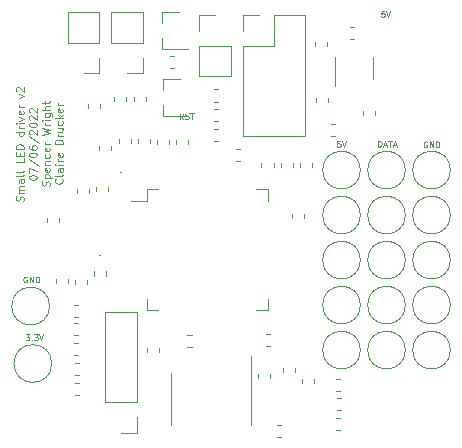
<source format=gto>
%TF.GenerationSoftware,KiCad,Pcbnew,(5.1.6-0-10_14)*%
%TF.CreationDate,2022-07-07T23:15:08-05:00*%
%TF.ProjectId,small_led_driver_v2,736d616c-6c5f-46c6-9564-5f6472697665,rev?*%
%TF.SameCoordinates,Original*%
%TF.FileFunction,Legend,Top*%
%TF.FilePolarity,Positive*%
%FSLAX46Y46*%
G04 Gerber Fmt 4.6, Leading zero omitted, Abs format (unit mm)*
G04 Created by KiCad (PCBNEW (5.1.6-0-10_14)) date 2022-07-07 23:15:08*
%MOMM*%
%LPD*%
G01*
G04 APERTURE LIST*
%ADD10C,0.125000*%
%ADD11C,0.120000*%
%ADD12C,0.150000*%
%ADD13C,0.200000*%
%ADD14C,2.700000*%
%ADD15O,1.800000X1.800000*%
%ADD16R,1.800000X1.800000*%
%ADD17C,5.100000*%
%ADD18R,1.000000X0.900000*%
%ADD19R,0.750000X1.160000*%
%ADD20R,0.675000X1.240000*%
%ADD21R,1.100000X1.300000*%
%ADD22C,2.100000*%
%ADD23C,2.000000*%
G04 APERTURE END LIST*
D10*
X89062495Y-94551295D02*
X89093447Y-94458438D01*
X89093447Y-94303676D01*
X89062495Y-94241771D01*
X89031542Y-94210819D01*
X88969638Y-94179866D01*
X88907733Y-94179866D01*
X88845828Y-94210819D01*
X88814876Y-94241771D01*
X88783923Y-94303676D01*
X88752971Y-94427485D01*
X88722019Y-94489390D01*
X88691066Y-94520342D01*
X88629161Y-94551295D01*
X88567257Y-94551295D01*
X88505352Y-94520342D01*
X88474400Y-94489390D01*
X88443447Y-94427485D01*
X88443447Y-94272723D01*
X88474400Y-94179866D01*
X89093447Y-93901295D02*
X88660114Y-93901295D01*
X88722019Y-93901295D02*
X88691066Y-93870342D01*
X88660114Y-93808438D01*
X88660114Y-93715580D01*
X88691066Y-93653676D01*
X88752971Y-93622723D01*
X89093447Y-93622723D01*
X88752971Y-93622723D02*
X88691066Y-93591771D01*
X88660114Y-93529866D01*
X88660114Y-93437009D01*
X88691066Y-93375104D01*
X88752971Y-93344152D01*
X89093447Y-93344152D01*
X89093447Y-92756057D02*
X88752971Y-92756057D01*
X88691066Y-92787009D01*
X88660114Y-92848914D01*
X88660114Y-92972723D01*
X88691066Y-93034628D01*
X89062495Y-92756057D02*
X89093447Y-92817961D01*
X89093447Y-92972723D01*
X89062495Y-93034628D01*
X89000590Y-93065580D01*
X88938685Y-93065580D01*
X88876780Y-93034628D01*
X88845828Y-92972723D01*
X88845828Y-92817961D01*
X88814876Y-92756057D01*
X89093447Y-92353676D02*
X89062495Y-92415580D01*
X89000590Y-92446533D01*
X88443447Y-92446533D01*
X89093447Y-92013200D02*
X89062495Y-92075104D01*
X89000590Y-92106057D01*
X88443447Y-92106057D01*
X89093447Y-90960819D02*
X89093447Y-91270342D01*
X88443447Y-91270342D01*
X88752971Y-90744152D02*
X88752971Y-90527485D01*
X89093447Y-90434628D02*
X89093447Y-90744152D01*
X88443447Y-90744152D01*
X88443447Y-90434628D01*
X89093447Y-90156057D02*
X88443447Y-90156057D01*
X88443447Y-90001295D01*
X88474400Y-89908438D01*
X88536304Y-89846533D01*
X88598209Y-89815580D01*
X88722019Y-89784628D01*
X88814876Y-89784628D01*
X88938685Y-89815580D01*
X89000590Y-89846533D01*
X89062495Y-89908438D01*
X89093447Y-90001295D01*
X89093447Y-90156057D01*
X89093447Y-88732247D02*
X88443447Y-88732247D01*
X89062495Y-88732247D02*
X89093447Y-88794152D01*
X89093447Y-88917961D01*
X89062495Y-88979866D01*
X89031542Y-89010819D01*
X88969638Y-89041771D01*
X88783923Y-89041771D01*
X88722019Y-89010819D01*
X88691066Y-88979866D01*
X88660114Y-88917961D01*
X88660114Y-88794152D01*
X88691066Y-88732247D01*
X89093447Y-88422723D02*
X88660114Y-88422723D01*
X88783923Y-88422723D02*
X88722019Y-88391771D01*
X88691066Y-88360819D01*
X88660114Y-88298914D01*
X88660114Y-88237009D01*
X89093447Y-88020342D02*
X88660114Y-88020342D01*
X88443447Y-88020342D02*
X88474400Y-88051295D01*
X88505352Y-88020342D01*
X88474400Y-87989390D01*
X88443447Y-88020342D01*
X88505352Y-88020342D01*
X88660114Y-87772723D02*
X89093447Y-87617961D01*
X88660114Y-87463200D01*
X89062495Y-86967961D02*
X89093447Y-87029866D01*
X89093447Y-87153676D01*
X89062495Y-87215580D01*
X89000590Y-87246533D01*
X88752971Y-87246533D01*
X88691066Y-87215580D01*
X88660114Y-87153676D01*
X88660114Y-87029866D01*
X88691066Y-86967961D01*
X88752971Y-86937009D01*
X88814876Y-86937009D01*
X88876780Y-87246533D01*
X89093447Y-86658438D02*
X88660114Y-86658438D01*
X88783923Y-86658438D02*
X88722019Y-86627485D01*
X88691066Y-86596533D01*
X88660114Y-86534628D01*
X88660114Y-86472723D01*
X88660114Y-85822723D02*
X89093447Y-85667961D01*
X88660114Y-85513200D01*
X88505352Y-85296533D02*
X88474400Y-85265580D01*
X88443447Y-85203676D01*
X88443447Y-85048914D01*
X88474400Y-84987009D01*
X88505352Y-84956057D01*
X88567257Y-84925104D01*
X88629161Y-84925104D01*
X88722019Y-84956057D01*
X89093447Y-85327485D01*
X89093447Y-84925104D01*
X89543447Y-92616771D02*
X89543447Y-92554866D01*
X89574400Y-92492961D01*
X89605352Y-92462009D01*
X89667257Y-92431057D01*
X89791066Y-92400104D01*
X89945828Y-92400104D01*
X90069638Y-92431057D01*
X90131542Y-92462009D01*
X90162495Y-92492961D01*
X90193447Y-92554866D01*
X90193447Y-92616771D01*
X90162495Y-92678676D01*
X90131542Y-92709628D01*
X90069638Y-92740580D01*
X89945828Y-92771533D01*
X89791066Y-92771533D01*
X89667257Y-92740580D01*
X89605352Y-92709628D01*
X89574400Y-92678676D01*
X89543447Y-92616771D01*
X89543447Y-92183438D02*
X89543447Y-91750104D01*
X90193447Y-92028676D01*
X89512495Y-91038200D02*
X90348209Y-91595342D01*
X89543447Y-90697723D02*
X89543447Y-90635819D01*
X89574400Y-90573914D01*
X89605352Y-90542961D01*
X89667257Y-90512009D01*
X89791066Y-90481057D01*
X89945828Y-90481057D01*
X90069638Y-90512009D01*
X90131542Y-90542961D01*
X90162495Y-90573914D01*
X90193447Y-90635819D01*
X90193447Y-90697723D01*
X90162495Y-90759628D01*
X90131542Y-90790580D01*
X90069638Y-90821533D01*
X89945828Y-90852485D01*
X89791066Y-90852485D01*
X89667257Y-90821533D01*
X89605352Y-90790580D01*
X89574400Y-90759628D01*
X89543447Y-90697723D01*
X89543447Y-89923914D02*
X89543447Y-90047723D01*
X89574400Y-90109628D01*
X89605352Y-90140580D01*
X89698209Y-90202485D01*
X89822019Y-90233438D01*
X90069638Y-90233438D01*
X90131542Y-90202485D01*
X90162495Y-90171533D01*
X90193447Y-90109628D01*
X90193447Y-89985819D01*
X90162495Y-89923914D01*
X90131542Y-89892961D01*
X90069638Y-89862009D01*
X89914876Y-89862009D01*
X89852971Y-89892961D01*
X89822019Y-89923914D01*
X89791066Y-89985819D01*
X89791066Y-90109628D01*
X89822019Y-90171533D01*
X89852971Y-90202485D01*
X89914876Y-90233438D01*
X89512495Y-89119152D02*
X90348209Y-89676295D01*
X89605352Y-88933438D02*
X89574400Y-88902485D01*
X89543447Y-88840580D01*
X89543447Y-88685819D01*
X89574400Y-88623914D01*
X89605352Y-88592961D01*
X89667257Y-88562009D01*
X89729161Y-88562009D01*
X89822019Y-88592961D01*
X90193447Y-88964390D01*
X90193447Y-88562009D01*
X89543447Y-88159628D02*
X89543447Y-88097723D01*
X89574400Y-88035819D01*
X89605352Y-88004866D01*
X89667257Y-87973914D01*
X89791066Y-87942961D01*
X89945828Y-87942961D01*
X90069638Y-87973914D01*
X90131542Y-88004866D01*
X90162495Y-88035819D01*
X90193447Y-88097723D01*
X90193447Y-88159628D01*
X90162495Y-88221533D01*
X90131542Y-88252485D01*
X90069638Y-88283438D01*
X89945828Y-88314390D01*
X89791066Y-88314390D01*
X89667257Y-88283438D01*
X89605352Y-88252485D01*
X89574400Y-88221533D01*
X89543447Y-88159628D01*
X89605352Y-87695342D02*
X89574400Y-87664390D01*
X89543447Y-87602485D01*
X89543447Y-87447723D01*
X89574400Y-87385819D01*
X89605352Y-87354866D01*
X89667257Y-87323914D01*
X89729161Y-87323914D01*
X89822019Y-87354866D01*
X90193447Y-87726295D01*
X90193447Y-87323914D01*
X89605352Y-87076295D02*
X89574400Y-87045342D01*
X89543447Y-86983438D01*
X89543447Y-86828676D01*
X89574400Y-86766771D01*
X89605352Y-86735819D01*
X89667257Y-86704866D01*
X89729161Y-86704866D01*
X89822019Y-86735819D01*
X90193447Y-87107247D01*
X90193447Y-86704866D01*
X91262495Y-93297723D02*
X91293447Y-93204866D01*
X91293447Y-93050104D01*
X91262495Y-92988200D01*
X91231542Y-92957247D01*
X91169638Y-92926295D01*
X91107733Y-92926295D01*
X91045828Y-92957247D01*
X91014876Y-92988200D01*
X90983923Y-93050104D01*
X90952971Y-93173914D01*
X90922019Y-93235819D01*
X90891066Y-93266771D01*
X90829161Y-93297723D01*
X90767257Y-93297723D01*
X90705352Y-93266771D01*
X90674400Y-93235819D01*
X90643447Y-93173914D01*
X90643447Y-93019152D01*
X90674400Y-92926295D01*
X90860114Y-92647723D02*
X91510114Y-92647723D01*
X90891066Y-92647723D02*
X90860114Y-92585819D01*
X90860114Y-92462009D01*
X90891066Y-92400104D01*
X90922019Y-92369152D01*
X90983923Y-92338200D01*
X91169638Y-92338200D01*
X91231542Y-92369152D01*
X91262495Y-92400104D01*
X91293447Y-92462009D01*
X91293447Y-92585819D01*
X91262495Y-92647723D01*
X91262495Y-91812009D02*
X91293447Y-91873914D01*
X91293447Y-91997723D01*
X91262495Y-92059628D01*
X91200590Y-92090580D01*
X90952971Y-92090580D01*
X90891066Y-92059628D01*
X90860114Y-91997723D01*
X90860114Y-91873914D01*
X90891066Y-91812009D01*
X90952971Y-91781057D01*
X91014876Y-91781057D01*
X91076780Y-92090580D01*
X90860114Y-91502485D02*
X91293447Y-91502485D01*
X90922019Y-91502485D02*
X90891066Y-91471533D01*
X90860114Y-91409628D01*
X90860114Y-91316771D01*
X90891066Y-91254866D01*
X90952971Y-91223914D01*
X91293447Y-91223914D01*
X91262495Y-90635819D02*
X91293447Y-90697723D01*
X91293447Y-90821533D01*
X91262495Y-90883438D01*
X91231542Y-90914390D01*
X91169638Y-90945342D01*
X90983923Y-90945342D01*
X90922019Y-90914390D01*
X90891066Y-90883438D01*
X90860114Y-90821533D01*
X90860114Y-90697723D01*
X90891066Y-90635819D01*
X91262495Y-90109628D02*
X91293447Y-90171533D01*
X91293447Y-90295342D01*
X91262495Y-90357247D01*
X91200590Y-90388200D01*
X90952971Y-90388200D01*
X90891066Y-90357247D01*
X90860114Y-90295342D01*
X90860114Y-90171533D01*
X90891066Y-90109628D01*
X90952971Y-90078676D01*
X91014876Y-90078676D01*
X91076780Y-90388200D01*
X91293447Y-89800104D02*
X90860114Y-89800104D01*
X90983923Y-89800104D02*
X90922019Y-89769152D01*
X90891066Y-89738200D01*
X90860114Y-89676295D01*
X90860114Y-89614390D01*
X90643447Y-88964390D02*
X91293447Y-88809628D01*
X90829161Y-88685819D01*
X91293447Y-88562009D01*
X90643447Y-88407247D01*
X91293447Y-88159628D02*
X90860114Y-88159628D01*
X90983923Y-88159628D02*
X90922019Y-88128676D01*
X90891066Y-88097723D01*
X90860114Y-88035819D01*
X90860114Y-87973914D01*
X91293447Y-87757247D02*
X90860114Y-87757247D01*
X90643447Y-87757247D02*
X90674400Y-87788200D01*
X90705352Y-87757247D01*
X90674400Y-87726295D01*
X90643447Y-87757247D01*
X90705352Y-87757247D01*
X90860114Y-87169152D02*
X91386304Y-87169152D01*
X91448209Y-87200104D01*
X91479161Y-87231057D01*
X91510114Y-87292961D01*
X91510114Y-87385819D01*
X91479161Y-87447723D01*
X91262495Y-87169152D02*
X91293447Y-87231057D01*
X91293447Y-87354866D01*
X91262495Y-87416771D01*
X91231542Y-87447723D01*
X91169638Y-87478676D01*
X90983923Y-87478676D01*
X90922019Y-87447723D01*
X90891066Y-87416771D01*
X90860114Y-87354866D01*
X90860114Y-87231057D01*
X90891066Y-87169152D01*
X91293447Y-86859628D02*
X90643447Y-86859628D01*
X91293447Y-86581057D02*
X90952971Y-86581057D01*
X90891066Y-86612009D01*
X90860114Y-86673914D01*
X90860114Y-86766771D01*
X90891066Y-86828676D01*
X90922019Y-86859628D01*
X90860114Y-86364390D02*
X90860114Y-86116771D01*
X90643447Y-86271533D02*
X91200590Y-86271533D01*
X91262495Y-86240580D01*
X91293447Y-86178676D01*
X91293447Y-86116771D01*
X92331542Y-92725104D02*
X92362495Y-92756057D01*
X92393447Y-92848914D01*
X92393447Y-92910819D01*
X92362495Y-93003676D01*
X92300590Y-93065580D01*
X92238685Y-93096533D01*
X92114876Y-93127485D01*
X92022019Y-93127485D01*
X91898209Y-93096533D01*
X91836304Y-93065580D01*
X91774400Y-93003676D01*
X91743447Y-92910819D01*
X91743447Y-92848914D01*
X91774400Y-92756057D01*
X91805352Y-92725104D01*
X92393447Y-92353676D02*
X92362495Y-92415580D01*
X92300590Y-92446533D01*
X91743447Y-92446533D01*
X92393447Y-91827485D02*
X92052971Y-91827485D01*
X91991066Y-91858438D01*
X91960114Y-91920342D01*
X91960114Y-92044152D01*
X91991066Y-92106057D01*
X92362495Y-91827485D02*
X92393447Y-91889390D01*
X92393447Y-92044152D01*
X92362495Y-92106057D01*
X92300590Y-92137009D01*
X92238685Y-92137009D01*
X92176780Y-92106057D01*
X92145828Y-92044152D01*
X92145828Y-91889390D01*
X92114876Y-91827485D01*
X92393447Y-91517961D02*
X91960114Y-91517961D01*
X91743447Y-91517961D02*
X91774400Y-91548914D01*
X91805352Y-91517961D01*
X91774400Y-91487009D01*
X91743447Y-91517961D01*
X91805352Y-91517961D01*
X92393447Y-91208438D02*
X91960114Y-91208438D01*
X92083923Y-91208438D02*
X92022019Y-91177485D01*
X91991066Y-91146533D01*
X91960114Y-91084628D01*
X91960114Y-91022723D01*
X92362495Y-90558438D02*
X92393447Y-90620342D01*
X92393447Y-90744152D01*
X92362495Y-90806057D01*
X92300590Y-90837009D01*
X92052971Y-90837009D01*
X91991066Y-90806057D01*
X91960114Y-90744152D01*
X91960114Y-90620342D01*
X91991066Y-90558438D01*
X92052971Y-90527485D01*
X92114876Y-90527485D01*
X92176780Y-90837009D01*
X92393447Y-89753676D02*
X91743447Y-89753676D01*
X91743447Y-89598914D01*
X91774400Y-89506057D01*
X91836304Y-89444152D01*
X91898209Y-89413200D01*
X92022019Y-89382247D01*
X92114876Y-89382247D01*
X92238685Y-89413200D01*
X92300590Y-89444152D01*
X92362495Y-89506057D01*
X92393447Y-89598914D01*
X92393447Y-89753676D01*
X92393447Y-89103676D02*
X91960114Y-89103676D01*
X92083923Y-89103676D02*
X92022019Y-89072723D01*
X91991066Y-89041771D01*
X91960114Y-88979866D01*
X91960114Y-88917961D01*
X91960114Y-88422723D02*
X92393447Y-88422723D01*
X91960114Y-88701295D02*
X92300590Y-88701295D01*
X92362495Y-88670342D01*
X92393447Y-88608438D01*
X92393447Y-88515580D01*
X92362495Y-88453676D01*
X92331542Y-88422723D01*
X92362495Y-87834628D02*
X92393447Y-87896533D01*
X92393447Y-88020342D01*
X92362495Y-88082247D01*
X92331542Y-88113200D01*
X92269638Y-88144152D01*
X92083923Y-88144152D01*
X92022019Y-88113200D01*
X91991066Y-88082247D01*
X91960114Y-88020342D01*
X91960114Y-87896533D01*
X91991066Y-87834628D01*
X92393447Y-87556057D02*
X91743447Y-87556057D01*
X92145828Y-87494152D02*
X92393447Y-87308438D01*
X91960114Y-87308438D02*
X92207733Y-87556057D01*
X92362495Y-86782247D02*
X92393447Y-86844152D01*
X92393447Y-86967961D01*
X92362495Y-87029866D01*
X92300590Y-87060819D01*
X92052971Y-87060819D01*
X91991066Y-87029866D01*
X91960114Y-86967961D01*
X91960114Y-86844152D01*
X91991066Y-86782247D01*
X92052971Y-86751295D01*
X92114876Y-86751295D01*
X92176780Y-87060819D01*
X92393447Y-86472723D02*
X91960114Y-86472723D01*
X92083923Y-86472723D02*
X92022019Y-86441771D01*
X91991066Y-86410819D01*
X91960114Y-86348914D01*
X91960114Y-86287009D01*
X119099900Y-89982096D02*
X119099900Y-89482096D01*
X119218947Y-89482096D01*
X119290376Y-89505906D01*
X119337995Y-89553525D01*
X119361804Y-89601144D01*
X119385614Y-89696382D01*
X119385614Y-89767810D01*
X119361804Y-89863048D01*
X119337995Y-89910667D01*
X119290376Y-89958286D01*
X119218947Y-89982096D01*
X119099900Y-89982096D01*
X119576090Y-89839239D02*
X119814185Y-89839239D01*
X119528471Y-89982096D02*
X119695138Y-89482096D01*
X119861804Y-89982096D01*
X119957042Y-89482096D02*
X120242757Y-89482096D01*
X120099900Y-89982096D02*
X120099900Y-89482096D01*
X120385614Y-89839239D02*
X120623709Y-89839239D01*
X120337995Y-89982096D02*
X120504661Y-89482096D01*
X120671328Y-89982096D01*
X102591110Y-87625050D02*
X102424443Y-87386955D01*
X102305396Y-87625050D02*
X102305396Y-87125050D01*
X102495872Y-87125050D01*
X102543491Y-87148860D01*
X102567300Y-87172669D01*
X102591110Y-87220288D01*
X102591110Y-87291717D01*
X102567300Y-87339336D01*
X102543491Y-87363145D01*
X102495872Y-87386955D01*
X102305396Y-87386955D01*
X102781586Y-87601240D02*
X102853015Y-87625050D01*
X102972062Y-87625050D01*
X103019681Y-87601240D01*
X103043491Y-87577431D01*
X103067300Y-87529812D01*
X103067300Y-87482193D01*
X103043491Y-87434574D01*
X103019681Y-87410764D01*
X102972062Y-87386955D01*
X102876824Y-87363145D01*
X102829205Y-87339336D01*
X102805396Y-87315526D01*
X102781586Y-87267907D01*
X102781586Y-87220288D01*
X102805396Y-87172669D01*
X102829205Y-87148860D01*
X102876824Y-87125050D01*
X102995872Y-87125050D01*
X103067300Y-87148860D01*
X103210158Y-87125050D02*
X103495872Y-87125050D01*
X103353015Y-87625050D02*
X103353015Y-87125050D01*
X123233047Y-89568000D02*
X123185428Y-89544190D01*
X123114000Y-89544190D01*
X123042571Y-89568000D01*
X122994952Y-89615619D01*
X122971142Y-89663238D01*
X122947333Y-89758476D01*
X122947333Y-89829904D01*
X122971142Y-89925142D01*
X122994952Y-89972761D01*
X123042571Y-90020380D01*
X123114000Y-90044190D01*
X123161619Y-90044190D01*
X123233047Y-90020380D01*
X123256857Y-89996571D01*
X123256857Y-89829904D01*
X123161619Y-89829904D01*
X123471142Y-90044190D02*
X123471142Y-89544190D01*
X123756857Y-90044190D01*
X123756857Y-89544190D01*
X123994952Y-90044190D02*
X123994952Y-89544190D01*
X124114000Y-89544190D01*
X124185428Y-89568000D01*
X124233047Y-89615619D01*
X124256857Y-89663238D01*
X124280666Y-89758476D01*
X124280666Y-89829904D01*
X124256857Y-89925142D01*
X124233047Y-89972761D01*
X124185428Y-90020380D01*
X124114000Y-90044190D01*
X123994952Y-90044190D01*
X115887761Y-89505190D02*
X115649666Y-89505190D01*
X115625857Y-89743285D01*
X115649666Y-89719476D01*
X115697285Y-89695666D01*
X115816333Y-89695666D01*
X115863952Y-89719476D01*
X115887761Y-89743285D01*
X115911571Y-89790904D01*
X115911571Y-89909952D01*
X115887761Y-89957571D01*
X115863952Y-89981380D01*
X115816333Y-90005190D01*
X115697285Y-90005190D01*
X115649666Y-89981380D01*
X115625857Y-89957571D01*
X116054428Y-89505190D02*
X116221095Y-90005190D01*
X116387761Y-89505190D01*
X119627661Y-78504290D02*
X119389566Y-78504290D01*
X119365757Y-78742385D01*
X119389566Y-78718576D01*
X119437185Y-78694766D01*
X119556233Y-78694766D01*
X119603852Y-78718576D01*
X119627661Y-78742385D01*
X119651471Y-78790004D01*
X119651471Y-78909052D01*
X119627661Y-78956671D01*
X119603852Y-78980480D01*
X119556233Y-79004290D01*
X119437185Y-79004290D01*
X119389566Y-78980480D01*
X119365757Y-78956671D01*
X119794328Y-78504290D02*
X119960995Y-79004290D01*
X120127661Y-78504290D01*
X89344547Y-101007100D02*
X89296928Y-100983290D01*
X89225500Y-100983290D01*
X89154071Y-101007100D01*
X89106452Y-101054719D01*
X89082642Y-101102338D01*
X89058833Y-101197576D01*
X89058833Y-101269004D01*
X89082642Y-101364242D01*
X89106452Y-101411861D01*
X89154071Y-101459480D01*
X89225500Y-101483290D01*
X89273119Y-101483290D01*
X89344547Y-101459480D01*
X89368357Y-101435671D01*
X89368357Y-101269004D01*
X89273119Y-101269004D01*
X89582642Y-101483290D02*
X89582642Y-100983290D01*
X89868357Y-101483290D01*
X89868357Y-100983290D01*
X90106452Y-101483290D02*
X90106452Y-100983290D01*
X90225500Y-100983290D01*
X90296928Y-101007100D01*
X90344547Y-101054719D01*
X90368357Y-101102338D01*
X90392166Y-101197576D01*
X90392166Y-101269004D01*
X90368357Y-101364242D01*
X90344547Y-101411861D01*
X90296928Y-101459480D01*
X90225500Y-101483290D01*
X90106452Y-101483290D01*
X89254104Y-105885490D02*
X89563628Y-105885490D01*
X89396961Y-106075966D01*
X89468390Y-106075966D01*
X89516009Y-106099776D01*
X89539819Y-106123585D01*
X89563628Y-106171204D01*
X89563628Y-106290252D01*
X89539819Y-106337871D01*
X89516009Y-106361680D01*
X89468390Y-106385490D01*
X89325533Y-106385490D01*
X89277914Y-106361680D01*
X89254104Y-106337871D01*
X89777914Y-106337871D02*
X89801723Y-106361680D01*
X89777914Y-106385490D01*
X89754104Y-106361680D01*
X89777914Y-106337871D01*
X89777914Y-106385490D01*
X89968390Y-105885490D02*
X90277914Y-105885490D01*
X90111247Y-106075966D01*
X90182676Y-106075966D01*
X90230295Y-106099776D01*
X90254104Y-106123585D01*
X90277914Y-106171204D01*
X90277914Y-106290252D01*
X90254104Y-106337871D01*
X90230295Y-106361680D01*
X90182676Y-106385490D01*
X90039819Y-106385490D01*
X89992200Y-106361680D01*
X89968390Y-106337871D01*
X90420771Y-105885490D02*
X90587438Y-106385490D01*
X90754104Y-105885490D01*
D11*
%TO.C,J13*%
X121407681Y-99585200D02*
G75*
G03*
X121407681Y-99585200I-1600781J0D01*
G01*
%TO.C,J17*%
X121407681Y-107205200D02*
G75*
G03*
X121407681Y-107205200I-1600781J0D01*
G01*
%TO.C,J19*%
X121407681Y-103395200D02*
G75*
G03*
X121407681Y-103395200I-1600781J0D01*
G01*
%TO.C,J22*%
X121407681Y-95775200D02*
G75*
G03*
X121407681Y-95775200I-1600781J0D01*
G01*
%TO.C,J23*%
X121407681Y-91965200D02*
G75*
G03*
X121407681Y-91965200I-1600781J0D01*
G01*
%TO.C,C1*%
X95020000Y-100553733D02*
X95020000Y-100896267D01*
X96040000Y-100553733D02*
X96040000Y-100896267D01*
%TO.C,C2*%
X93630000Y-93921267D02*
X93630000Y-93578733D01*
X94650000Y-93921267D02*
X94650000Y-93578733D01*
%TO.C,C3*%
X97180000Y-89706267D02*
X97180000Y-89363733D01*
X98200000Y-89706267D02*
X98200000Y-89363733D01*
%TO.C,C4*%
X99790000Y-89716267D02*
X99790000Y-89373733D01*
X98770000Y-89716267D02*
X98770000Y-89373733D01*
%TO.C,C5*%
X109960000Y-109218733D02*
X109960000Y-109561267D01*
X108940000Y-109218733D02*
X108940000Y-109561267D01*
%TO.C,C6*%
X95446120Y-90300627D02*
X95446120Y-89958093D01*
X96466120Y-90300627D02*
X96466120Y-89958093D01*
%TO.C,C7*%
X110551113Y-114533140D02*
X110893647Y-114533140D01*
X110551113Y-113513140D02*
X110893647Y-113513140D01*
%TO.C,C8*%
X100370000Y-89726267D02*
X100370000Y-89383733D01*
X101390000Y-89726267D02*
X101390000Y-89383733D01*
%TO.C,C9*%
X102953733Y-106910000D02*
X103296267Y-106910000D01*
X102953733Y-105890000D02*
X103296267Y-105890000D01*
%TO.C,C10*%
X109633733Y-105810000D02*
X109976267Y-105810000D01*
X109633733Y-106830000D02*
X109976267Y-106830000D01*
%TO.C,C11*%
X99500000Y-107013733D02*
X99500000Y-107356267D01*
X100520000Y-107013733D02*
X100520000Y-107356267D01*
%TO.C,C12*%
X102000000Y-89731267D02*
X102000000Y-89388733D01*
X103020000Y-89731267D02*
X103020000Y-89388733D01*
%TO.C,C13*%
X116698733Y-80910000D02*
X117041267Y-80910000D01*
X116698733Y-79890000D02*
X117041267Y-79890000D01*
%TO.C,C14*%
X117840000Y-86973733D02*
X117840000Y-87316267D01*
X118860000Y-86973733D02*
X118860000Y-87316267D01*
%TO.C,C15*%
X113503000Y-91377733D02*
X113503000Y-91720267D01*
X112483000Y-91377733D02*
X112483000Y-91720267D01*
%TO.C,C16*%
X110895000Y-91358733D02*
X110895000Y-91701267D01*
X111915000Y-91358733D02*
X111915000Y-91701267D01*
%TO.C,C17*%
X114850000Y-85858733D02*
X114850000Y-86201267D01*
X113830000Y-85858733D02*
X113830000Y-86201267D01*
%TO.C,J3*%
X98639280Y-114237704D02*
X97309280Y-114237704D01*
X98639280Y-112907704D02*
X98639280Y-114237704D01*
X98639280Y-111637704D02*
X95979280Y-111637704D01*
X95979280Y-111637704D02*
X95979280Y-103957704D01*
X98639280Y-111637704D02*
X98639280Y-103957704D01*
X98639280Y-103957704D02*
X95979280Y-103957704D01*
%TO.C,Q1*%
X100803740Y-78575660D02*
X102263740Y-78575660D01*
X100803740Y-81735660D02*
X102963740Y-81735660D01*
X100803740Y-81735660D02*
X100803740Y-80805660D01*
X100803740Y-78575660D02*
X100803740Y-79505660D01*
%TO.C,Q2*%
X100848340Y-84244160D02*
X100848340Y-85174160D01*
X100848340Y-87404160D02*
X100848340Y-86474160D01*
X100848340Y-87404160D02*
X103008340Y-87404160D01*
X100848340Y-84244160D02*
X102308340Y-84244160D01*
%TO.C,R1*%
X107078733Y-91170000D02*
X107421267Y-91170000D01*
X107078733Y-90150000D02*
X107421267Y-90150000D01*
%TO.C,R2*%
X110240000Y-91403733D02*
X110240000Y-91746267D01*
X109220000Y-91403733D02*
X109220000Y-91746267D01*
%TO.C,R3*%
X96265460Y-93362993D02*
X96265460Y-93705527D01*
X95245460Y-93362993D02*
X95245460Y-93705527D01*
%TO.C,R4*%
X112793000Y-96006267D02*
X112793000Y-95663733D01*
X111773000Y-96006267D02*
X111773000Y-95663733D01*
%TO.C,R5*%
X105201633Y-89472640D02*
X105544167Y-89472640D01*
X105201633Y-88452640D02*
X105544167Y-88452640D01*
%TO.C,R6*%
X91018900Y-96056633D02*
X91018900Y-96399167D01*
X92038900Y-96056633D02*
X92038900Y-96399167D01*
%TO.C,R7*%
X92877100Y-101226833D02*
X92877100Y-101569367D01*
X91857100Y-101226833D02*
X91857100Y-101569367D01*
%TO.C,R10*%
X115436267Y-88050000D02*
X115093733Y-88050000D01*
X115436267Y-89070000D02*
X115093733Y-89070000D01*
%TO.C,R11*%
X93406500Y-101238233D02*
X93406500Y-101580767D01*
X94426500Y-101238233D02*
X94426500Y-101580767D01*
%TO.C,R12*%
X93682667Y-104370600D02*
X93340133Y-104370600D01*
X93682667Y-103350600D02*
X93340133Y-103350600D01*
%TO.C,R13*%
X105216633Y-85142640D02*
X105559167Y-85142640D01*
X105216633Y-86162640D02*
X105559167Y-86162640D01*
%TO.C,R14*%
X93376933Y-106583500D02*
X93719467Y-106583500D01*
X93376933Y-107603500D02*
X93719467Y-107603500D01*
%TO.C,R15*%
X93695367Y-104950800D02*
X93352833Y-104950800D01*
X93695367Y-105970800D02*
X93352833Y-105970800D01*
%TO.C,R16*%
X93411933Y-109313500D02*
X93754467Y-109313500D01*
X93411933Y-108293500D02*
X93754467Y-108293500D01*
%TO.C,R17*%
X93739467Y-111003500D02*
X93396933Y-111003500D01*
X93739467Y-109983500D02*
X93396933Y-109983500D01*
%TO.C,R18*%
X95544100Y-86720467D02*
X95544100Y-86377933D01*
X94524100Y-86720467D02*
X94524100Y-86377933D01*
%TO.C,R19*%
X101454133Y-82281300D02*
X101796667Y-82281300D01*
X101454133Y-83301300D02*
X101796667Y-83301300D01*
%TO.C,R20*%
X97768340Y-86145427D02*
X97768340Y-85802893D01*
X96748340Y-86145427D02*
X96748340Y-85802893D01*
%TO.C,R21*%
X99408340Y-85792893D02*
X99408340Y-86135427D01*
X98388340Y-85792893D02*
X98388340Y-86135427D01*
%TO.C,SW1*%
X103970780Y-84019700D02*
X106630780Y-84019700D01*
X103970780Y-81419700D02*
X103970780Y-84019700D01*
X106630780Y-81419700D02*
X106630780Y-84019700D01*
X103970780Y-81419700D02*
X106630780Y-81419700D01*
X103970780Y-80149700D02*
X103970780Y-78819700D01*
X103970780Y-78819700D02*
X105300780Y-78819700D01*
%TO.C,U1*%
X101537352Y-111334631D02*
X101537352Y-113534631D01*
X101537352Y-111334631D02*
X101537352Y-109134631D01*
X108307352Y-111334631D02*
X108307352Y-113534631D01*
X108307352Y-111334631D02*
X108307352Y-107734631D01*
%TO.C,U2*%
X108790000Y-103815000D02*
X109740000Y-103815000D01*
X109740000Y-103815000D02*
X109740000Y-102865000D01*
X100470000Y-103815000D02*
X99520000Y-103815000D01*
X99520000Y-103815000D02*
X99520000Y-102865000D01*
X108790000Y-93595000D02*
X109740000Y-93595000D01*
X109740000Y-93595000D02*
X109740000Y-94545000D01*
X100470000Y-93595000D02*
X99520000Y-93595000D01*
X99520000Y-93595000D02*
X99520000Y-94545000D01*
X99520000Y-94545000D02*
X98180000Y-94545000D01*
%TO.C,U3*%
X118660000Y-84220000D02*
X118660000Y-82420000D01*
X115440000Y-82420000D02*
X115440000Y-84870000D01*
%TO.C,J18*%
X107674100Y-89099700D02*
X112874100Y-89099700D01*
X107674100Y-81419700D02*
X107674100Y-89099700D01*
X112874100Y-78819700D02*
X112874100Y-89099700D01*
X107674100Y-81419700D02*
X110274100Y-81419700D01*
X110274100Y-81419700D02*
X110274100Y-78819700D01*
X110274100Y-78819700D02*
X112874100Y-78819700D01*
X107674100Y-80149700D02*
X107674100Y-78819700D01*
X107674100Y-78819700D02*
X109004100Y-78819700D01*
%TO.C,R8*%
X113770000Y-81138733D02*
X113770000Y-81481267D01*
X114790000Y-81138733D02*
X114790000Y-81481267D01*
%TO.C,R9*%
X105226633Y-86772640D02*
X105569167Y-86772640D01*
X105226633Y-87792640D02*
X105569167Y-87792640D01*
D12*
%TO.C,U6*%
X97307000Y-92170000D02*
G75*
G03*
X97307000Y-92170000I-50000J0D01*
G01*
D13*
%TO.C,U4*%
X95630000Y-99290000D02*
G75*
G03*
X95630000Y-99290000I-100000J0D01*
G01*
D11*
%TO.C,J14*%
X99170800Y-78578400D02*
X96510800Y-78578400D01*
X99170800Y-81178400D02*
X99170800Y-78578400D01*
X96510800Y-81178400D02*
X96510800Y-78578400D01*
X99170800Y-81178400D02*
X96510800Y-81178400D01*
X99170800Y-82448400D02*
X99170800Y-83778400D01*
X99170800Y-83778400D02*
X97840800Y-83778400D01*
%TO.C,J16*%
X95487800Y-83778400D02*
X94157800Y-83778400D01*
X95487800Y-82448400D02*
X95487800Y-83778400D01*
X95487800Y-81178400D02*
X92827800Y-81178400D01*
X92827800Y-81178400D02*
X92827800Y-78578400D01*
X95487800Y-81178400D02*
X95487800Y-78578400D01*
X95487800Y-78578400D02*
X92827800Y-78578400D01*
%TO.C,J1*%
X91465981Y-108343700D02*
G75*
G03*
X91465981Y-108343700I-1600781J0D01*
G01*
%TO.C,J2*%
X91275481Y-103479600D02*
G75*
G03*
X91275481Y-103479600I-1600781J0D01*
G01*
%TO.C,J4*%
X125217681Y-91965200D02*
G75*
G03*
X125217681Y-91965200I-1600781J0D01*
G01*
%TO.C,J5*%
X117597681Y-95775200D02*
G75*
G03*
X117597681Y-95775200I-1600781J0D01*
G01*
%TO.C,J6*%
X117597681Y-107205200D02*
G75*
G03*
X117597681Y-107205200I-1600781J0D01*
G01*
%TO.C,J7*%
X117597681Y-99585200D02*
G75*
G03*
X117597681Y-99585200I-1600781J0D01*
G01*
%TO.C,J8*%
X117597681Y-91965200D02*
G75*
G03*
X117597681Y-91965200I-1600781J0D01*
G01*
%TO.C,J9*%
X125217681Y-103395200D02*
G75*
G03*
X125217681Y-103395200I-1600781J0D01*
G01*
%TO.C,J10*%
X125217681Y-95775200D02*
G75*
G03*
X125217681Y-95775200I-1600781J0D01*
G01*
%TO.C,J11*%
X125217681Y-107205200D02*
G75*
G03*
X125217681Y-107205200I-1600781J0D01*
G01*
%TO.C,J12*%
X125217681Y-99585200D02*
G75*
G03*
X125217681Y-99585200I-1600781J0D01*
G01*
%TO.C,J15*%
X117597681Y-103395200D02*
G75*
G03*
X117597681Y-103395200I-1600781J0D01*
G01*
%TO.C,R22*%
X115875887Y-112936560D02*
X115533353Y-112936560D01*
X115875887Y-113956560D02*
X115533353Y-113956560D01*
%TO.C,R23*%
X115958407Y-112262380D02*
X115615873Y-112262380D01*
X115958407Y-111242380D02*
X115615873Y-111242380D01*
%TO.C,R24*%
X111051880Y-108736313D02*
X111051880Y-109078847D01*
X112071880Y-108736313D02*
X112071880Y-109078847D01*
%TO.C,R25*%
X115887287Y-109621860D02*
X115544753Y-109621860D01*
X115887287Y-110641860D02*
X115544753Y-110641860D01*
%TO.C,R26*%
X113656840Y-109655793D02*
X113656840Y-109998327D01*
X112636840Y-109655793D02*
X112636840Y-109998327D01*
%TD*%
%LPC*%
D14*
%TO.C,J13*%
X119806900Y-99585200D03*
%TD*%
%TO.C,J17*%
X119806900Y-107205200D03*
%TD*%
%TO.C,J19*%
X119806900Y-103395200D03*
%TD*%
%TO.C,J22*%
X119806900Y-95775200D03*
%TD*%
%TO.C,J23*%
X119806900Y-91965200D03*
%TD*%
%TO.C,C1*%
G36*
G01*
X95267500Y-101025000D02*
X95792500Y-101025000D01*
G75*
G02*
X96055000Y-101287500I0J-262500D01*
G01*
X96055000Y-101912500D01*
G75*
G02*
X95792500Y-102175000I-262500J0D01*
G01*
X95267500Y-102175000D01*
G75*
G02*
X95005000Y-101912500I0J262500D01*
G01*
X95005000Y-101287500D01*
G75*
G02*
X95267500Y-101025000I262500J0D01*
G01*
G37*
G36*
G01*
X95267500Y-99275000D02*
X95792500Y-99275000D01*
G75*
G02*
X96055000Y-99537500I0J-262500D01*
G01*
X96055000Y-100162500D01*
G75*
G02*
X95792500Y-100425000I-262500J0D01*
G01*
X95267500Y-100425000D01*
G75*
G02*
X95005000Y-100162500I0J262500D01*
G01*
X95005000Y-99537500D01*
G75*
G02*
X95267500Y-99275000I262500J0D01*
G01*
G37*
%TD*%
%TO.C,C2*%
G36*
G01*
X94402500Y-95200000D02*
X93877500Y-95200000D01*
G75*
G02*
X93615000Y-94937500I0J262500D01*
G01*
X93615000Y-94312500D01*
G75*
G02*
X93877500Y-94050000I262500J0D01*
G01*
X94402500Y-94050000D01*
G75*
G02*
X94665000Y-94312500I0J-262500D01*
G01*
X94665000Y-94937500D01*
G75*
G02*
X94402500Y-95200000I-262500J0D01*
G01*
G37*
G36*
G01*
X94402500Y-93450000D02*
X93877500Y-93450000D01*
G75*
G02*
X93615000Y-93187500I0J262500D01*
G01*
X93615000Y-92562500D01*
G75*
G02*
X93877500Y-92300000I262500J0D01*
G01*
X94402500Y-92300000D01*
G75*
G02*
X94665000Y-92562500I0J-262500D01*
G01*
X94665000Y-93187500D01*
G75*
G02*
X94402500Y-93450000I-262500J0D01*
G01*
G37*
%TD*%
%TO.C,C3*%
G36*
G01*
X97952500Y-90985000D02*
X97427500Y-90985000D01*
G75*
G02*
X97165000Y-90722500I0J262500D01*
G01*
X97165000Y-90097500D01*
G75*
G02*
X97427500Y-89835000I262500J0D01*
G01*
X97952500Y-89835000D01*
G75*
G02*
X98215000Y-90097500I0J-262500D01*
G01*
X98215000Y-90722500D01*
G75*
G02*
X97952500Y-90985000I-262500J0D01*
G01*
G37*
G36*
G01*
X97952500Y-89235000D02*
X97427500Y-89235000D01*
G75*
G02*
X97165000Y-88972500I0J262500D01*
G01*
X97165000Y-88347500D01*
G75*
G02*
X97427500Y-88085000I262500J0D01*
G01*
X97952500Y-88085000D01*
G75*
G02*
X98215000Y-88347500I0J-262500D01*
G01*
X98215000Y-88972500D01*
G75*
G02*
X97952500Y-89235000I-262500J0D01*
G01*
G37*
%TD*%
%TO.C,C4*%
G36*
G01*
X99542500Y-89245000D02*
X99017500Y-89245000D01*
G75*
G02*
X98755000Y-88982500I0J262500D01*
G01*
X98755000Y-88357500D01*
G75*
G02*
X99017500Y-88095000I262500J0D01*
G01*
X99542500Y-88095000D01*
G75*
G02*
X99805000Y-88357500I0J-262500D01*
G01*
X99805000Y-88982500D01*
G75*
G02*
X99542500Y-89245000I-262500J0D01*
G01*
G37*
G36*
G01*
X99542500Y-90995000D02*
X99017500Y-90995000D01*
G75*
G02*
X98755000Y-90732500I0J262500D01*
G01*
X98755000Y-90107500D01*
G75*
G02*
X99017500Y-89845000I262500J0D01*
G01*
X99542500Y-89845000D01*
G75*
G02*
X99805000Y-90107500I0J-262500D01*
G01*
X99805000Y-90732500D01*
G75*
G02*
X99542500Y-90995000I-262500J0D01*
G01*
G37*
%TD*%
%TO.C,C5*%
G36*
G01*
X109187500Y-107940000D02*
X109712500Y-107940000D01*
G75*
G02*
X109975000Y-108202500I0J-262500D01*
G01*
X109975000Y-108827500D01*
G75*
G02*
X109712500Y-109090000I-262500J0D01*
G01*
X109187500Y-109090000D01*
G75*
G02*
X108925000Y-108827500I0J262500D01*
G01*
X108925000Y-108202500D01*
G75*
G02*
X109187500Y-107940000I262500J0D01*
G01*
G37*
G36*
G01*
X109187500Y-109690000D02*
X109712500Y-109690000D01*
G75*
G02*
X109975000Y-109952500I0J-262500D01*
G01*
X109975000Y-110577500D01*
G75*
G02*
X109712500Y-110840000I-262500J0D01*
G01*
X109187500Y-110840000D01*
G75*
G02*
X108925000Y-110577500I0J262500D01*
G01*
X108925000Y-109952500D01*
G75*
G02*
X109187500Y-109690000I262500J0D01*
G01*
G37*
%TD*%
%TO.C,C6*%
G36*
G01*
X96218620Y-91579360D02*
X95693620Y-91579360D01*
G75*
G02*
X95431120Y-91316860I0J262500D01*
G01*
X95431120Y-90691860D01*
G75*
G02*
X95693620Y-90429360I262500J0D01*
G01*
X96218620Y-90429360D01*
G75*
G02*
X96481120Y-90691860I0J-262500D01*
G01*
X96481120Y-91316860D01*
G75*
G02*
X96218620Y-91579360I-262500J0D01*
G01*
G37*
G36*
G01*
X96218620Y-89829360D02*
X95693620Y-89829360D01*
G75*
G02*
X95431120Y-89566860I0J262500D01*
G01*
X95431120Y-88941860D01*
G75*
G02*
X95693620Y-88679360I262500J0D01*
G01*
X96218620Y-88679360D01*
G75*
G02*
X96481120Y-88941860I0J-262500D01*
G01*
X96481120Y-89566860D01*
G75*
G02*
X96218620Y-89829360I-262500J0D01*
G01*
G37*
%TD*%
%TO.C,C7*%
G36*
G01*
X111022380Y-114285640D02*
X111022380Y-113760640D01*
G75*
G02*
X111284880Y-113498140I262500J0D01*
G01*
X111909880Y-113498140D01*
G75*
G02*
X112172380Y-113760640I0J-262500D01*
G01*
X112172380Y-114285640D01*
G75*
G02*
X111909880Y-114548140I-262500J0D01*
G01*
X111284880Y-114548140D01*
G75*
G02*
X111022380Y-114285640I0J262500D01*
G01*
G37*
G36*
G01*
X109272380Y-114285640D02*
X109272380Y-113760640D01*
G75*
G02*
X109534880Y-113498140I262500J0D01*
G01*
X110159880Y-113498140D01*
G75*
G02*
X110422380Y-113760640I0J-262500D01*
G01*
X110422380Y-114285640D01*
G75*
G02*
X110159880Y-114548140I-262500J0D01*
G01*
X109534880Y-114548140D01*
G75*
G02*
X109272380Y-114285640I0J262500D01*
G01*
G37*
%TD*%
%TO.C,C8*%
G36*
G01*
X101142500Y-91005000D02*
X100617500Y-91005000D01*
G75*
G02*
X100355000Y-90742500I0J262500D01*
G01*
X100355000Y-90117500D01*
G75*
G02*
X100617500Y-89855000I262500J0D01*
G01*
X101142500Y-89855000D01*
G75*
G02*
X101405000Y-90117500I0J-262500D01*
G01*
X101405000Y-90742500D01*
G75*
G02*
X101142500Y-91005000I-262500J0D01*
G01*
G37*
G36*
G01*
X101142500Y-89255000D02*
X100617500Y-89255000D01*
G75*
G02*
X100355000Y-88992500I0J262500D01*
G01*
X100355000Y-88367500D01*
G75*
G02*
X100617500Y-88105000I262500J0D01*
G01*
X101142500Y-88105000D01*
G75*
G02*
X101405000Y-88367500I0J-262500D01*
G01*
X101405000Y-88992500D01*
G75*
G02*
X101142500Y-89255000I-262500J0D01*
G01*
G37*
%TD*%
%TO.C,C9*%
G36*
G01*
X103425000Y-106662500D02*
X103425000Y-106137500D01*
G75*
G02*
X103687500Y-105875000I262500J0D01*
G01*
X104312500Y-105875000D01*
G75*
G02*
X104575000Y-106137500I0J-262500D01*
G01*
X104575000Y-106662500D01*
G75*
G02*
X104312500Y-106925000I-262500J0D01*
G01*
X103687500Y-106925000D01*
G75*
G02*
X103425000Y-106662500I0J262500D01*
G01*
G37*
G36*
G01*
X101675000Y-106662500D02*
X101675000Y-106137500D01*
G75*
G02*
X101937500Y-105875000I262500J0D01*
G01*
X102562500Y-105875000D01*
G75*
G02*
X102825000Y-106137500I0J-262500D01*
G01*
X102825000Y-106662500D01*
G75*
G02*
X102562500Y-106925000I-262500J0D01*
G01*
X101937500Y-106925000D01*
G75*
G02*
X101675000Y-106662500I0J262500D01*
G01*
G37*
%TD*%
%TO.C,C10*%
G36*
G01*
X108355000Y-106582500D02*
X108355000Y-106057500D01*
G75*
G02*
X108617500Y-105795000I262500J0D01*
G01*
X109242500Y-105795000D01*
G75*
G02*
X109505000Y-106057500I0J-262500D01*
G01*
X109505000Y-106582500D01*
G75*
G02*
X109242500Y-106845000I-262500J0D01*
G01*
X108617500Y-106845000D01*
G75*
G02*
X108355000Y-106582500I0J262500D01*
G01*
G37*
G36*
G01*
X110105000Y-106582500D02*
X110105000Y-106057500D01*
G75*
G02*
X110367500Y-105795000I262500J0D01*
G01*
X110992500Y-105795000D01*
G75*
G02*
X111255000Y-106057500I0J-262500D01*
G01*
X111255000Y-106582500D01*
G75*
G02*
X110992500Y-106845000I-262500J0D01*
G01*
X110367500Y-106845000D01*
G75*
G02*
X110105000Y-106582500I0J262500D01*
G01*
G37*
%TD*%
%TO.C,C11*%
G36*
G01*
X99747500Y-107485000D02*
X100272500Y-107485000D01*
G75*
G02*
X100535000Y-107747500I0J-262500D01*
G01*
X100535000Y-108372500D01*
G75*
G02*
X100272500Y-108635000I-262500J0D01*
G01*
X99747500Y-108635000D01*
G75*
G02*
X99485000Y-108372500I0J262500D01*
G01*
X99485000Y-107747500D01*
G75*
G02*
X99747500Y-107485000I262500J0D01*
G01*
G37*
G36*
G01*
X99747500Y-105735000D02*
X100272500Y-105735000D01*
G75*
G02*
X100535000Y-105997500I0J-262500D01*
G01*
X100535000Y-106622500D01*
G75*
G02*
X100272500Y-106885000I-262500J0D01*
G01*
X99747500Y-106885000D01*
G75*
G02*
X99485000Y-106622500I0J262500D01*
G01*
X99485000Y-105997500D01*
G75*
G02*
X99747500Y-105735000I262500J0D01*
G01*
G37*
%TD*%
%TO.C,C12*%
G36*
G01*
X102772500Y-91010000D02*
X102247500Y-91010000D01*
G75*
G02*
X101985000Y-90747500I0J262500D01*
G01*
X101985000Y-90122500D01*
G75*
G02*
X102247500Y-89860000I262500J0D01*
G01*
X102772500Y-89860000D01*
G75*
G02*
X103035000Y-90122500I0J-262500D01*
G01*
X103035000Y-90747500D01*
G75*
G02*
X102772500Y-91010000I-262500J0D01*
G01*
G37*
G36*
G01*
X102772500Y-89260000D02*
X102247500Y-89260000D01*
G75*
G02*
X101985000Y-88997500I0J262500D01*
G01*
X101985000Y-88372500D01*
G75*
G02*
X102247500Y-88110000I262500J0D01*
G01*
X102772500Y-88110000D01*
G75*
G02*
X103035000Y-88372500I0J-262500D01*
G01*
X103035000Y-88997500D01*
G75*
G02*
X102772500Y-89260000I-262500J0D01*
G01*
G37*
%TD*%
%TO.C,C13*%
G36*
G01*
X117170000Y-80662500D02*
X117170000Y-80137500D01*
G75*
G02*
X117432500Y-79875000I262500J0D01*
G01*
X118057500Y-79875000D01*
G75*
G02*
X118320000Y-80137500I0J-262500D01*
G01*
X118320000Y-80662500D01*
G75*
G02*
X118057500Y-80925000I-262500J0D01*
G01*
X117432500Y-80925000D01*
G75*
G02*
X117170000Y-80662500I0J262500D01*
G01*
G37*
G36*
G01*
X115420000Y-80662500D02*
X115420000Y-80137500D01*
G75*
G02*
X115682500Y-79875000I262500J0D01*
G01*
X116307500Y-79875000D01*
G75*
G02*
X116570000Y-80137500I0J-262500D01*
G01*
X116570000Y-80662500D01*
G75*
G02*
X116307500Y-80925000I-262500J0D01*
G01*
X115682500Y-80925000D01*
G75*
G02*
X115420000Y-80662500I0J262500D01*
G01*
G37*
%TD*%
%TO.C,C14*%
G36*
G01*
X118087500Y-87445000D02*
X118612500Y-87445000D01*
G75*
G02*
X118875000Y-87707500I0J-262500D01*
G01*
X118875000Y-88332500D01*
G75*
G02*
X118612500Y-88595000I-262500J0D01*
G01*
X118087500Y-88595000D01*
G75*
G02*
X117825000Y-88332500I0J262500D01*
G01*
X117825000Y-87707500D01*
G75*
G02*
X118087500Y-87445000I262500J0D01*
G01*
G37*
G36*
G01*
X118087500Y-85695000D02*
X118612500Y-85695000D01*
G75*
G02*
X118875000Y-85957500I0J-262500D01*
G01*
X118875000Y-86582500D01*
G75*
G02*
X118612500Y-86845000I-262500J0D01*
G01*
X118087500Y-86845000D01*
G75*
G02*
X117825000Y-86582500I0J262500D01*
G01*
X117825000Y-85957500D01*
G75*
G02*
X118087500Y-85695000I262500J0D01*
G01*
G37*
%TD*%
%TO.C,C15*%
G36*
G01*
X112730500Y-90099000D02*
X113255500Y-90099000D01*
G75*
G02*
X113518000Y-90361500I0J-262500D01*
G01*
X113518000Y-90986500D01*
G75*
G02*
X113255500Y-91249000I-262500J0D01*
G01*
X112730500Y-91249000D01*
G75*
G02*
X112468000Y-90986500I0J262500D01*
G01*
X112468000Y-90361500D01*
G75*
G02*
X112730500Y-90099000I262500J0D01*
G01*
G37*
G36*
G01*
X112730500Y-91849000D02*
X113255500Y-91849000D01*
G75*
G02*
X113518000Y-92111500I0J-262500D01*
G01*
X113518000Y-92736500D01*
G75*
G02*
X113255500Y-92999000I-262500J0D01*
G01*
X112730500Y-92999000D01*
G75*
G02*
X112468000Y-92736500I0J262500D01*
G01*
X112468000Y-92111500D01*
G75*
G02*
X112730500Y-91849000I262500J0D01*
G01*
G37*
%TD*%
%TO.C,C16*%
G36*
G01*
X111142500Y-91830000D02*
X111667500Y-91830000D01*
G75*
G02*
X111930000Y-92092500I0J-262500D01*
G01*
X111930000Y-92717500D01*
G75*
G02*
X111667500Y-92980000I-262500J0D01*
G01*
X111142500Y-92980000D01*
G75*
G02*
X110880000Y-92717500I0J262500D01*
G01*
X110880000Y-92092500D01*
G75*
G02*
X111142500Y-91830000I262500J0D01*
G01*
G37*
G36*
G01*
X111142500Y-90080000D02*
X111667500Y-90080000D01*
G75*
G02*
X111930000Y-90342500I0J-262500D01*
G01*
X111930000Y-90967500D01*
G75*
G02*
X111667500Y-91230000I-262500J0D01*
G01*
X111142500Y-91230000D01*
G75*
G02*
X110880000Y-90967500I0J262500D01*
G01*
X110880000Y-90342500D01*
G75*
G02*
X111142500Y-90080000I262500J0D01*
G01*
G37*
%TD*%
%TO.C,C17*%
G36*
G01*
X114077500Y-84580000D02*
X114602500Y-84580000D01*
G75*
G02*
X114865000Y-84842500I0J-262500D01*
G01*
X114865000Y-85467500D01*
G75*
G02*
X114602500Y-85730000I-262500J0D01*
G01*
X114077500Y-85730000D01*
G75*
G02*
X113815000Y-85467500I0J262500D01*
G01*
X113815000Y-84842500D01*
G75*
G02*
X114077500Y-84580000I262500J0D01*
G01*
G37*
G36*
G01*
X114077500Y-86330000D02*
X114602500Y-86330000D01*
G75*
G02*
X114865000Y-86592500I0J-262500D01*
G01*
X114865000Y-87217500D01*
G75*
G02*
X114602500Y-87480000I-262500J0D01*
G01*
X114077500Y-87480000D01*
G75*
G02*
X113815000Y-87217500I0J262500D01*
G01*
X113815000Y-86592500D01*
G75*
G02*
X114077500Y-86330000I262500J0D01*
G01*
G37*
%TD*%
D15*
%TO.C,J3*%
X97309280Y-105287704D03*
X97309280Y-107827704D03*
X97309280Y-110367704D03*
D16*
X97309280Y-112907704D03*
%TD*%
D17*
%TO.C,J20*%
X122555000Y-80987900D03*
%TD*%
%TO.C,J21*%
X122491500Y-86702900D03*
%TD*%
D18*
%TO.C,Q1*%
X100563740Y-80155660D03*
X102563740Y-79205660D03*
X102563740Y-81105660D03*
%TD*%
%TO.C,Q2*%
X102608340Y-86774160D03*
X102608340Y-84874160D03*
X100608340Y-85824160D03*
%TD*%
%TO.C,R1*%
G36*
G01*
X107550000Y-90922500D02*
X107550000Y-90397500D01*
G75*
G02*
X107812500Y-90135000I262500J0D01*
G01*
X108437500Y-90135000D01*
G75*
G02*
X108700000Y-90397500I0J-262500D01*
G01*
X108700000Y-90922500D01*
G75*
G02*
X108437500Y-91185000I-262500J0D01*
G01*
X107812500Y-91185000D01*
G75*
G02*
X107550000Y-90922500I0J262500D01*
G01*
G37*
G36*
G01*
X105800000Y-90922500D02*
X105800000Y-90397500D01*
G75*
G02*
X106062500Y-90135000I262500J0D01*
G01*
X106687500Y-90135000D01*
G75*
G02*
X106950000Y-90397500I0J-262500D01*
G01*
X106950000Y-90922500D01*
G75*
G02*
X106687500Y-91185000I-262500J0D01*
G01*
X106062500Y-91185000D01*
G75*
G02*
X105800000Y-90922500I0J262500D01*
G01*
G37*
%TD*%
%TO.C,R2*%
G36*
G01*
X109467500Y-90125000D02*
X109992500Y-90125000D01*
G75*
G02*
X110255000Y-90387500I0J-262500D01*
G01*
X110255000Y-91012500D01*
G75*
G02*
X109992500Y-91275000I-262500J0D01*
G01*
X109467500Y-91275000D01*
G75*
G02*
X109205000Y-91012500I0J262500D01*
G01*
X109205000Y-90387500D01*
G75*
G02*
X109467500Y-90125000I262500J0D01*
G01*
G37*
G36*
G01*
X109467500Y-91875000D02*
X109992500Y-91875000D01*
G75*
G02*
X110255000Y-92137500I0J-262500D01*
G01*
X110255000Y-92762500D01*
G75*
G02*
X109992500Y-93025000I-262500J0D01*
G01*
X109467500Y-93025000D01*
G75*
G02*
X109205000Y-92762500I0J262500D01*
G01*
X109205000Y-92137500D01*
G75*
G02*
X109467500Y-91875000I262500J0D01*
G01*
G37*
%TD*%
%TO.C,R3*%
G36*
G01*
X95492960Y-92084260D02*
X96017960Y-92084260D01*
G75*
G02*
X96280460Y-92346760I0J-262500D01*
G01*
X96280460Y-92971760D01*
G75*
G02*
X96017960Y-93234260I-262500J0D01*
G01*
X95492960Y-93234260D01*
G75*
G02*
X95230460Y-92971760I0J262500D01*
G01*
X95230460Y-92346760D01*
G75*
G02*
X95492960Y-92084260I262500J0D01*
G01*
G37*
G36*
G01*
X95492960Y-93834260D02*
X96017960Y-93834260D01*
G75*
G02*
X96280460Y-94096760I0J-262500D01*
G01*
X96280460Y-94721760D01*
G75*
G02*
X96017960Y-94984260I-262500J0D01*
G01*
X95492960Y-94984260D01*
G75*
G02*
X95230460Y-94721760I0J262500D01*
G01*
X95230460Y-94096760D01*
G75*
G02*
X95492960Y-93834260I262500J0D01*
G01*
G37*
%TD*%
%TO.C,R4*%
G36*
G01*
X112545500Y-95535000D02*
X112020500Y-95535000D01*
G75*
G02*
X111758000Y-95272500I0J262500D01*
G01*
X111758000Y-94647500D01*
G75*
G02*
X112020500Y-94385000I262500J0D01*
G01*
X112545500Y-94385000D01*
G75*
G02*
X112808000Y-94647500I0J-262500D01*
G01*
X112808000Y-95272500D01*
G75*
G02*
X112545500Y-95535000I-262500J0D01*
G01*
G37*
G36*
G01*
X112545500Y-97285000D02*
X112020500Y-97285000D01*
G75*
G02*
X111758000Y-97022500I0J262500D01*
G01*
X111758000Y-96397500D01*
G75*
G02*
X112020500Y-96135000I262500J0D01*
G01*
X112545500Y-96135000D01*
G75*
G02*
X112808000Y-96397500I0J-262500D01*
G01*
X112808000Y-97022500D01*
G75*
G02*
X112545500Y-97285000I-262500J0D01*
G01*
G37*
%TD*%
%TO.C,R5*%
G36*
G01*
X105672900Y-89225140D02*
X105672900Y-88700140D01*
G75*
G02*
X105935400Y-88437640I262500J0D01*
G01*
X106560400Y-88437640D01*
G75*
G02*
X106822900Y-88700140I0J-262500D01*
G01*
X106822900Y-89225140D01*
G75*
G02*
X106560400Y-89487640I-262500J0D01*
G01*
X105935400Y-89487640D01*
G75*
G02*
X105672900Y-89225140I0J262500D01*
G01*
G37*
G36*
G01*
X103922900Y-89225140D02*
X103922900Y-88700140D01*
G75*
G02*
X104185400Y-88437640I262500J0D01*
G01*
X104810400Y-88437640D01*
G75*
G02*
X105072900Y-88700140I0J-262500D01*
G01*
X105072900Y-89225140D01*
G75*
G02*
X104810400Y-89487640I-262500J0D01*
G01*
X104185400Y-89487640D01*
G75*
G02*
X103922900Y-89225140I0J262500D01*
G01*
G37*
%TD*%
%TO.C,R6*%
G36*
G01*
X91266400Y-96527900D02*
X91791400Y-96527900D01*
G75*
G02*
X92053900Y-96790400I0J-262500D01*
G01*
X92053900Y-97415400D01*
G75*
G02*
X91791400Y-97677900I-262500J0D01*
G01*
X91266400Y-97677900D01*
G75*
G02*
X91003900Y-97415400I0J262500D01*
G01*
X91003900Y-96790400D01*
G75*
G02*
X91266400Y-96527900I262500J0D01*
G01*
G37*
G36*
G01*
X91266400Y-94777900D02*
X91791400Y-94777900D01*
G75*
G02*
X92053900Y-95040400I0J-262500D01*
G01*
X92053900Y-95665400D01*
G75*
G02*
X91791400Y-95927900I-262500J0D01*
G01*
X91266400Y-95927900D01*
G75*
G02*
X91003900Y-95665400I0J262500D01*
G01*
X91003900Y-95040400D01*
G75*
G02*
X91266400Y-94777900I262500J0D01*
G01*
G37*
%TD*%
%TO.C,R7*%
G36*
G01*
X92104600Y-99948100D02*
X92629600Y-99948100D01*
G75*
G02*
X92892100Y-100210600I0J-262500D01*
G01*
X92892100Y-100835600D01*
G75*
G02*
X92629600Y-101098100I-262500J0D01*
G01*
X92104600Y-101098100D01*
G75*
G02*
X91842100Y-100835600I0J262500D01*
G01*
X91842100Y-100210600D01*
G75*
G02*
X92104600Y-99948100I262500J0D01*
G01*
G37*
G36*
G01*
X92104600Y-101698100D02*
X92629600Y-101698100D01*
G75*
G02*
X92892100Y-101960600I0J-262500D01*
G01*
X92892100Y-102585600D01*
G75*
G02*
X92629600Y-102848100I-262500J0D01*
G01*
X92104600Y-102848100D01*
G75*
G02*
X91842100Y-102585600I0J262500D01*
G01*
X91842100Y-101960600D01*
G75*
G02*
X92104600Y-101698100I262500J0D01*
G01*
G37*
%TD*%
%TO.C,R10*%
G36*
G01*
X114965000Y-88297500D02*
X114965000Y-88822500D01*
G75*
G02*
X114702500Y-89085000I-262500J0D01*
G01*
X114077500Y-89085000D01*
G75*
G02*
X113815000Y-88822500I0J262500D01*
G01*
X113815000Y-88297500D01*
G75*
G02*
X114077500Y-88035000I262500J0D01*
G01*
X114702500Y-88035000D01*
G75*
G02*
X114965000Y-88297500I0J-262500D01*
G01*
G37*
G36*
G01*
X116715000Y-88297500D02*
X116715000Y-88822500D01*
G75*
G02*
X116452500Y-89085000I-262500J0D01*
G01*
X115827500Y-89085000D01*
G75*
G02*
X115565000Y-88822500I0J262500D01*
G01*
X115565000Y-88297500D01*
G75*
G02*
X115827500Y-88035000I262500J0D01*
G01*
X116452500Y-88035000D01*
G75*
G02*
X116715000Y-88297500I0J-262500D01*
G01*
G37*
%TD*%
%TO.C,R11*%
G36*
G01*
X93654000Y-101709500D02*
X94179000Y-101709500D01*
G75*
G02*
X94441500Y-101972000I0J-262500D01*
G01*
X94441500Y-102597000D01*
G75*
G02*
X94179000Y-102859500I-262500J0D01*
G01*
X93654000Y-102859500D01*
G75*
G02*
X93391500Y-102597000I0J262500D01*
G01*
X93391500Y-101972000D01*
G75*
G02*
X93654000Y-101709500I262500J0D01*
G01*
G37*
G36*
G01*
X93654000Y-99959500D02*
X94179000Y-99959500D01*
G75*
G02*
X94441500Y-100222000I0J-262500D01*
G01*
X94441500Y-100847000D01*
G75*
G02*
X94179000Y-101109500I-262500J0D01*
G01*
X93654000Y-101109500D01*
G75*
G02*
X93391500Y-100847000I0J262500D01*
G01*
X93391500Y-100222000D01*
G75*
G02*
X93654000Y-99959500I262500J0D01*
G01*
G37*
%TD*%
%TO.C,R12*%
G36*
G01*
X94961400Y-103598100D02*
X94961400Y-104123100D01*
G75*
G02*
X94698900Y-104385600I-262500J0D01*
G01*
X94073900Y-104385600D01*
G75*
G02*
X93811400Y-104123100I0J262500D01*
G01*
X93811400Y-103598100D01*
G75*
G02*
X94073900Y-103335600I262500J0D01*
G01*
X94698900Y-103335600D01*
G75*
G02*
X94961400Y-103598100I0J-262500D01*
G01*
G37*
G36*
G01*
X93211400Y-103598100D02*
X93211400Y-104123100D01*
G75*
G02*
X92948900Y-104385600I-262500J0D01*
G01*
X92323900Y-104385600D01*
G75*
G02*
X92061400Y-104123100I0J262500D01*
G01*
X92061400Y-103598100D01*
G75*
G02*
X92323900Y-103335600I262500J0D01*
G01*
X92948900Y-103335600D01*
G75*
G02*
X93211400Y-103598100I0J-262500D01*
G01*
G37*
%TD*%
%TO.C,R13*%
G36*
G01*
X103937900Y-85915140D02*
X103937900Y-85390140D01*
G75*
G02*
X104200400Y-85127640I262500J0D01*
G01*
X104825400Y-85127640D01*
G75*
G02*
X105087900Y-85390140I0J-262500D01*
G01*
X105087900Y-85915140D01*
G75*
G02*
X104825400Y-86177640I-262500J0D01*
G01*
X104200400Y-86177640D01*
G75*
G02*
X103937900Y-85915140I0J262500D01*
G01*
G37*
G36*
G01*
X105687900Y-85915140D02*
X105687900Y-85390140D01*
G75*
G02*
X105950400Y-85127640I262500J0D01*
G01*
X106575400Y-85127640D01*
G75*
G02*
X106837900Y-85390140I0J-262500D01*
G01*
X106837900Y-85915140D01*
G75*
G02*
X106575400Y-86177640I-262500J0D01*
G01*
X105950400Y-86177640D01*
G75*
G02*
X105687900Y-85915140I0J262500D01*
G01*
G37*
%TD*%
%TO.C,R14*%
G36*
G01*
X92098200Y-107356000D02*
X92098200Y-106831000D01*
G75*
G02*
X92360700Y-106568500I262500J0D01*
G01*
X92985700Y-106568500D01*
G75*
G02*
X93248200Y-106831000I0J-262500D01*
G01*
X93248200Y-107356000D01*
G75*
G02*
X92985700Y-107618500I-262500J0D01*
G01*
X92360700Y-107618500D01*
G75*
G02*
X92098200Y-107356000I0J262500D01*
G01*
G37*
G36*
G01*
X93848200Y-107356000D02*
X93848200Y-106831000D01*
G75*
G02*
X94110700Y-106568500I262500J0D01*
G01*
X94735700Y-106568500D01*
G75*
G02*
X94998200Y-106831000I0J-262500D01*
G01*
X94998200Y-107356000D01*
G75*
G02*
X94735700Y-107618500I-262500J0D01*
G01*
X94110700Y-107618500D01*
G75*
G02*
X93848200Y-107356000I0J262500D01*
G01*
G37*
%TD*%
%TO.C,R15*%
G36*
G01*
X93224100Y-105198300D02*
X93224100Y-105723300D01*
G75*
G02*
X92961600Y-105985800I-262500J0D01*
G01*
X92336600Y-105985800D01*
G75*
G02*
X92074100Y-105723300I0J262500D01*
G01*
X92074100Y-105198300D01*
G75*
G02*
X92336600Y-104935800I262500J0D01*
G01*
X92961600Y-104935800D01*
G75*
G02*
X93224100Y-105198300I0J-262500D01*
G01*
G37*
G36*
G01*
X94974100Y-105198300D02*
X94974100Y-105723300D01*
G75*
G02*
X94711600Y-105985800I-262500J0D01*
G01*
X94086600Y-105985800D01*
G75*
G02*
X93824100Y-105723300I0J262500D01*
G01*
X93824100Y-105198300D01*
G75*
G02*
X94086600Y-104935800I262500J0D01*
G01*
X94711600Y-104935800D01*
G75*
G02*
X94974100Y-105198300I0J-262500D01*
G01*
G37*
%TD*%
%TO.C,R16*%
G36*
G01*
X93883200Y-109066000D02*
X93883200Y-108541000D01*
G75*
G02*
X94145700Y-108278500I262500J0D01*
G01*
X94770700Y-108278500D01*
G75*
G02*
X95033200Y-108541000I0J-262500D01*
G01*
X95033200Y-109066000D01*
G75*
G02*
X94770700Y-109328500I-262500J0D01*
G01*
X94145700Y-109328500D01*
G75*
G02*
X93883200Y-109066000I0J262500D01*
G01*
G37*
G36*
G01*
X92133200Y-109066000D02*
X92133200Y-108541000D01*
G75*
G02*
X92395700Y-108278500I262500J0D01*
G01*
X93020700Y-108278500D01*
G75*
G02*
X93283200Y-108541000I0J-262500D01*
G01*
X93283200Y-109066000D01*
G75*
G02*
X93020700Y-109328500I-262500J0D01*
G01*
X92395700Y-109328500D01*
G75*
G02*
X92133200Y-109066000I0J262500D01*
G01*
G37*
%TD*%
%TO.C,R17*%
G36*
G01*
X95018200Y-110231000D02*
X95018200Y-110756000D01*
G75*
G02*
X94755700Y-111018500I-262500J0D01*
G01*
X94130700Y-111018500D01*
G75*
G02*
X93868200Y-110756000I0J262500D01*
G01*
X93868200Y-110231000D01*
G75*
G02*
X94130700Y-109968500I262500J0D01*
G01*
X94755700Y-109968500D01*
G75*
G02*
X95018200Y-110231000I0J-262500D01*
G01*
G37*
G36*
G01*
X93268200Y-110231000D02*
X93268200Y-110756000D01*
G75*
G02*
X93005700Y-111018500I-262500J0D01*
G01*
X92380700Y-111018500D01*
G75*
G02*
X92118200Y-110756000I0J262500D01*
G01*
X92118200Y-110231000D01*
G75*
G02*
X92380700Y-109968500I262500J0D01*
G01*
X93005700Y-109968500D01*
G75*
G02*
X93268200Y-110231000I0J-262500D01*
G01*
G37*
%TD*%
%TO.C,R18*%
G36*
G01*
X95296600Y-86249200D02*
X94771600Y-86249200D01*
G75*
G02*
X94509100Y-85986700I0J262500D01*
G01*
X94509100Y-85361700D01*
G75*
G02*
X94771600Y-85099200I262500J0D01*
G01*
X95296600Y-85099200D01*
G75*
G02*
X95559100Y-85361700I0J-262500D01*
G01*
X95559100Y-85986700D01*
G75*
G02*
X95296600Y-86249200I-262500J0D01*
G01*
G37*
G36*
G01*
X95296600Y-87999200D02*
X94771600Y-87999200D01*
G75*
G02*
X94509100Y-87736700I0J262500D01*
G01*
X94509100Y-87111700D01*
G75*
G02*
X94771600Y-86849200I262500J0D01*
G01*
X95296600Y-86849200D01*
G75*
G02*
X95559100Y-87111700I0J-262500D01*
G01*
X95559100Y-87736700D01*
G75*
G02*
X95296600Y-87999200I-262500J0D01*
G01*
G37*
%TD*%
%TO.C,R19*%
G36*
G01*
X100175400Y-83053800D02*
X100175400Y-82528800D01*
G75*
G02*
X100437900Y-82266300I262500J0D01*
G01*
X101062900Y-82266300D01*
G75*
G02*
X101325400Y-82528800I0J-262500D01*
G01*
X101325400Y-83053800D01*
G75*
G02*
X101062900Y-83316300I-262500J0D01*
G01*
X100437900Y-83316300D01*
G75*
G02*
X100175400Y-83053800I0J262500D01*
G01*
G37*
G36*
G01*
X101925400Y-83053800D02*
X101925400Y-82528800D01*
G75*
G02*
X102187900Y-82266300I262500J0D01*
G01*
X102812900Y-82266300D01*
G75*
G02*
X103075400Y-82528800I0J-262500D01*
G01*
X103075400Y-83053800D01*
G75*
G02*
X102812900Y-83316300I-262500J0D01*
G01*
X102187900Y-83316300D01*
G75*
G02*
X101925400Y-83053800I0J262500D01*
G01*
G37*
%TD*%
%TO.C,R20*%
G36*
G01*
X97520840Y-85674160D02*
X96995840Y-85674160D01*
G75*
G02*
X96733340Y-85411660I0J262500D01*
G01*
X96733340Y-84786660D01*
G75*
G02*
X96995840Y-84524160I262500J0D01*
G01*
X97520840Y-84524160D01*
G75*
G02*
X97783340Y-84786660I0J-262500D01*
G01*
X97783340Y-85411660D01*
G75*
G02*
X97520840Y-85674160I-262500J0D01*
G01*
G37*
G36*
G01*
X97520840Y-87424160D02*
X96995840Y-87424160D01*
G75*
G02*
X96733340Y-87161660I0J262500D01*
G01*
X96733340Y-86536660D01*
G75*
G02*
X96995840Y-86274160I262500J0D01*
G01*
X97520840Y-86274160D01*
G75*
G02*
X97783340Y-86536660I0J-262500D01*
G01*
X97783340Y-87161660D01*
G75*
G02*
X97520840Y-87424160I-262500J0D01*
G01*
G37*
%TD*%
%TO.C,R21*%
G36*
G01*
X98635840Y-84514160D02*
X99160840Y-84514160D01*
G75*
G02*
X99423340Y-84776660I0J-262500D01*
G01*
X99423340Y-85401660D01*
G75*
G02*
X99160840Y-85664160I-262500J0D01*
G01*
X98635840Y-85664160D01*
G75*
G02*
X98373340Y-85401660I0J262500D01*
G01*
X98373340Y-84776660D01*
G75*
G02*
X98635840Y-84514160I262500J0D01*
G01*
G37*
G36*
G01*
X98635840Y-86264160D02*
X99160840Y-86264160D01*
G75*
G02*
X99423340Y-86526660I0J-262500D01*
G01*
X99423340Y-87151660D01*
G75*
G02*
X99160840Y-87414160I-262500J0D01*
G01*
X98635840Y-87414160D01*
G75*
G02*
X98373340Y-87151660I0J262500D01*
G01*
X98373340Y-86526660D01*
G75*
G02*
X98635840Y-86264160I262500J0D01*
G01*
G37*
%TD*%
D16*
%TO.C,SW1*%
X105300780Y-80149700D03*
D15*
X105300780Y-82689700D03*
%TD*%
%TO.C,U1*%
G36*
G01*
X107722352Y-107684631D02*
X107972352Y-107684631D01*
G75*
G02*
X108097352Y-107809631I0J-125000D01*
G01*
X108097352Y-109134631D01*
G75*
G02*
X107972352Y-109259631I-125000J0D01*
G01*
X107722352Y-109259631D01*
G75*
G02*
X107597352Y-109134631I0J125000D01*
G01*
X107597352Y-107809631D01*
G75*
G02*
X107722352Y-107684631I125000J0D01*
G01*
G37*
G36*
G01*
X107072352Y-107684631D02*
X107322352Y-107684631D01*
G75*
G02*
X107447352Y-107809631I0J-125000D01*
G01*
X107447352Y-109134631D01*
G75*
G02*
X107322352Y-109259631I-125000J0D01*
G01*
X107072352Y-109259631D01*
G75*
G02*
X106947352Y-109134631I0J125000D01*
G01*
X106947352Y-107809631D01*
G75*
G02*
X107072352Y-107684631I125000J0D01*
G01*
G37*
G36*
G01*
X106422352Y-107684631D02*
X106672352Y-107684631D01*
G75*
G02*
X106797352Y-107809631I0J-125000D01*
G01*
X106797352Y-109134631D01*
G75*
G02*
X106672352Y-109259631I-125000J0D01*
G01*
X106422352Y-109259631D01*
G75*
G02*
X106297352Y-109134631I0J125000D01*
G01*
X106297352Y-107809631D01*
G75*
G02*
X106422352Y-107684631I125000J0D01*
G01*
G37*
G36*
G01*
X105772352Y-107684631D02*
X106022352Y-107684631D01*
G75*
G02*
X106147352Y-107809631I0J-125000D01*
G01*
X106147352Y-109134631D01*
G75*
G02*
X106022352Y-109259631I-125000J0D01*
G01*
X105772352Y-109259631D01*
G75*
G02*
X105647352Y-109134631I0J125000D01*
G01*
X105647352Y-107809631D01*
G75*
G02*
X105772352Y-107684631I125000J0D01*
G01*
G37*
G36*
G01*
X105122352Y-107684631D02*
X105372352Y-107684631D01*
G75*
G02*
X105497352Y-107809631I0J-125000D01*
G01*
X105497352Y-109134631D01*
G75*
G02*
X105372352Y-109259631I-125000J0D01*
G01*
X105122352Y-109259631D01*
G75*
G02*
X104997352Y-109134631I0J125000D01*
G01*
X104997352Y-107809631D01*
G75*
G02*
X105122352Y-107684631I125000J0D01*
G01*
G37*
G36*
G01*
X104472352Y-107684631D02*
X104722352Y-107684631D01*
G75*
G02*
X104847352Y-107809631I0J-125000D01*
G01*
X104847352Y-109134631D01*
G75*
G02*
X104722352Y-109259631I-125000J0D01*
G01*
X104472352Y-109259631D01*
G75*
G02*
X104347352Y-109134631I0J125000D01*
G01*
X104347352Y-107809631D01*
G75*
G02*
X104472352Y-107684631I125000J0D01*
G01*
G37*
G36*
G01*
X103822352Y-107684631D02*
X104072352Y-107684631D01*
G75*
G02*
X104197352Y-107809631I0J-125000D01*
G01*
X104197352Y-109134631D01*
G75*
G02*
X104072352Y-109259631I-125000J0D01*
G01*
X103822352Y-109259631D01*
G75*
G02*
X103697352Y-109134631I0J125000D01*
G01*
X103697352Y-107809631D01*
G75*
G02*
X103822352Y-107684631I125000J0D01*
G01*
G37*
G36*
G01*
X103172352Y-107684631D02*
X103422352Y-107684631D01*
G75*
G02*
X103547352Y-107809631I0J-125000D01*
G01*
X103547352Y-109134631D01*
G75*
G02*
X103422352Y-109259631I-125000J0D01*
G01*
X103172352Y-109259631D01*
G75*
G02*
X103047352Y-109134631I0J125000D01*
G01*
X103047352Y-107809631D01*
G75*
G02*
X103172352Y-107684631I125000J0D01*
G01*
G37*
G36*
G01*
X102522352Y-107684631D02*
X102772352Y-107684631D01*
G75*
G02*
X102897352Y-107809631I0J-125000D01*
G01*
X102897352Y-109134631D01*
G75*
G02*
X102772352Y-109259631I-125000J0D01*
G01*
X102522352Y-109259631D01*
G75*
G02*
X102397352Y-109134631I0J125000D01*
G01*
X102397352Y-107809631D01*
G75*
G02*
X102522352Y-107684631I125000J0D01*
G01*
G37*
G36*
G01*
X101872352Y-107684631D02*
X102122352Y-107684631D01*
G75*
G02*
X102247352Y-107809631I0J-125000D01*
G01*
X102247352Y-109134631D01*
G75*
G02*
X102122352Y-109259631I-125000J0D01*
G01*
X101872352Y-109259631D01*
G75*
G02*
X101747352Y-109134631I0J125000D01*
G01*
X101747352Y-107809631D01*
G75*
G02*
X101872352Y-107684631I125000J0D01*
G01*
G37*
G36*
G01*
X101872352Y-113409631D02*
X102122352Y-113409631D01*
G75*
G02*
X102247352Y-113534631I0J-125000D01*
G01*
X102247352Y-114859631D01*
G75*
G02*
X102122352Y-114984631I-125000J0D01*
G01*
X101872352Y-114984631D01*
G75*
G02*
X101747352Y-114859631I0J125000D01*
G01*
X101747352Y-113534631D01*
G75*
G02*
X101872352Y-113409631I125000J0D01*
G01*
G37*
G36*
G01*
X102522352Y-113409631D02*
X102772352Y-113409631D01*
G75*
G02*
X102897352Y-113534631I0J-125000D01*
G01*
X102897352Y-114859631D01*
G75*
G02*
X102772352Y-114984631I-125000J0D01*
G01*
X102522352Y-114984631D01*
G75*
G02*
X102397352Y-114859631I0J125000D01*
G01*
X102397352Y-113534631D01*
G75*
G02*
X102522352Y-113409631I125000J0D01*
G01*
G37*
G36*
G01*
X103172352Y-113409631D02*
X103422352Y-113409631D01*
G75*
G02*
X103547352Y-113534631I0J-125000D01*
G01*
X103547352Y-114859631D01*
G75*
G02*
X103422352Y-114984631I-125000J0D01*
G01*
X103172352Y-114984631D01*
G75*
G02*
X103047352Y-114859631I0J125000D01*
G01*
X103047352Y-113534631D01*
G75*
G02*
X103172352Y-113409631I125000J0D01*
G01*
G37*
G36*
G01*
X103822352Y-113409631D02*
X104072352Y-113409631D01*
G75*
G02*
X104197352Y-113534631I0J-125000D01*
G01*
X104197352Y-114859631D01*
G75*
G02*
X104072352Y-114984631I-125000J0D01*
G01*
X103822352Y-114984631D01*
G75*
G02*
X103697352Y-114859631I0J125000D01*
G01*
X103697352Y-113534631D01*
G75*
G02*
X103822352Y-113409631I125000J0D01*
G01*
G37*
G36*
G01*
X104472352Y-113409631D02*
X104722352Y-113409631D01*
G75*
G02*
X104847352Y-113534631I0J-125000D01*
G01*
X104847352Y-114859631D01*
G75*
G02*
X104722352Y-114984631I-125000J0D01*
G01*
X104472352Y-114984631D01*
G75*
G02*
X104347352Y-114859631I0J125000D01*
G01*
X104347352Y-113534631D01*
G75*
G02*
X104472352Y-113409631I125000J0D01*
G01*
G37*
G36*
G01*
X105122352Y-113409631D02*
X105372352Y-113409631D01*
G75*
G02*
X105497352Y-113534631I0J-125000D01*
G01*
X105497352Y-114859631D01*
G75*
G02*
X105372352Y-114984631I-125000J0D01*
G01*
X105122352Y-114984631D01*
G75*
G02*
X104997352Y-114859631I0J125000D01*
G01*
X104997352Y-113534631D01*
G75*
G02*
X105122352Y-113409631I125000J0D01*
G01*
G37*
G36*
G01*
X105772352Y-113409631D02*
X106022352Y-113409631D01*
G75*
G02*
X106147352Y-113534631I0J-125000D01*
G01*
X106147352Y-114859631D01*
G75*
G02*
X106022352Y-114984631I-125000J0D01*
G01*
X105772352Y-114984631D01*
G75*
G02*
X105647352Y-114859631I0J125000D01*
G01*
X105647352Y-113534631D01*
G75*
G02*
X105772352Y-113409631I125000J0D01*
G01*
G37*
G36*
G01*
X106422352Y-113409631D02*
X106672352Y-113409631D01*
G75*
G02*
X106797352Y-113534631I0J-125000D01*
G01*
X106797352Y-114859631D01*
G75*
G02*
X106672352Y-114984631I-125000J0D01*
G01*
X106422352Y-114984631D01*
G75*
G02*
X106297352Y-114859631I0J125000D01*
G01*
X106297352Y-113534631D01*
G75*
G02*
X106422352Y-113409631I125000J0D01*
G01*
G37*
G36*
G01*
X107072352Y-113409631D02*
X107322352Y-113409631D01*
G75*
G02*
X107447352Y-113534631I0J-125000D01*
G01*
X107447352Y-114859631D01*
G75*
G02*
X107322352Y-114984631I-125000J0D01*
G01*
X107072352Y-114984631D01*
G75*
G02*
X106947352Y-114859631I0J125000D01*
G01*
X106947352Y-113534631D01*
G75*
G02*
X107072352Y-113409631I125000J0D01*
G01*
G37*
G36*
G01*
X107722352Y-113409631D02*
X107972352Y-113409631D01*
G75*
G02*
X108097352Y-113534631I0J-125000D01*
G01*
X108097352Y-114859631D01*
G75*
G02*
X107972352Y-114984631I-125000J0D01*
G01*
X107722352Y-114984631D01*
G75*
G02*
X107597352Y-114859631I0J125000D01*
G01*
X107597352Y-113534631D01*
G75*
G02*
X107722352Y-113409631I125000J0D01*
G01*
G37*
%TD*%
%TO.C,U2*%
G36*
G01*
X98130000Y-95055000D02*
X98130000Y-94855000D01*
G75*
G02*
X98230000Y-94755000I100000J0D01*
G01*
X99680000Y-94755000D01*
G75*
G02*
X99780000Y-94855000I0J-100000D01*
G01*
X99780000Y-95055000D01*
G75*
G02*
X99680000Y-95155000I-100000J0D01*
G01*
X98230000Y-95155000D01*
G75*
G02*
X98130000Y-95055000I0J100000D01*
G01*
G37*
G36*
G01*
X98130000Y-95555000D02*
X98130000Y-95355000D01*
G75*
G02*
X98230000Y-95255000I100000J0D01*
G01*
X99680000Y-95255000D01*
G75*
G02*
X99780000Y-95355000I0J-100000D01*
G01*
X99780000Y-95555000D01*
G75*
G02*
X99680000Y-95655000I-100000J0D01*
G01*
X98230000Y-95655000D01*
G75*
G02*
X98130000Y-95555000I0J100000D01*
G01*
G37*
G36*
G01*
X98130000Y-96055000D02*
X98130000Y-95855000D01*
G75*
G02*
X98230000Y-95755000I100000J0D01*
G01*
X99680000Y-95755000D01*
G75*
G02*
X99780000Y-95855000I0J-100000D01*
G01*
X99780000Y-96055000D01*
G75*
G02*
X99680000Y-96155000I-100000J0D01*
G01*
X98230000Y-96155000D01*
G75*
G02*
X98130000Y-96055000I0J100000D01*
G01*
G37*
G36*
G01*
X98130000Y-96555000D02*
X98130000Y-96355000D01*
G75*
G02*
X98230000Y-96255000I100000J0D01*
G01*
X99680000Y-96255000D01*
G75*
G02*
X99780000Y-96355000I0J-100000D01*
G01*
X99780000Y-96555000D01*
G75*
G02*
X99680000Y-96655000I-100000J0D01*
G01*
X98230000Y-96655000D01*
G75*
G02*
X98130000Y-96555000I0J100000D01*
G01*
G37*
G36*
G01*
X98130000Y-97055000D02*
X98130000Y-96855000D01*
G75*
G02*
X98230000Y-96755000I100000J0D01*
G01*
X99680000Y-96755000D01*
G75*
G02*
X99780000Y-96855000I0J-100000D01*
G01*
X99780000Y-97055000D01*
G75*
G02*
X99680000Y-97155000I-100000J0D01*
G01*
X98230000Y-97155000D01*
G75*
G02*
X98130000Y-97055000I0J100000D01*
G01*
G37*
G36*
G01*
X98130000Y-97555000D02*
X98130000Y-97355000D01*
G75*
G02*
X98230000Y-97255000I100000J0D01*
G01*
X99680000Y-97255000D01*
G75*
G02*
X99780000Y-97355000I0J-100000D01*
G01*
X99780000Y-97555000D01*
G75*
G02*
X99680000Y-97655000I-100000J0D01*
G01*
X98230000Y-97655000D01*
G75*
G02*
X98130000Y-97555000I0J100000D01*
G01*
G37*
G36*
G01*
X98130000Y-98055000D02*
X98130000Y-97855000D01*
G75*
G02*
X98230000Y-97755000I100000J0D01*
G01*
X99680000Y-97755000D01*
G75*
G02*
X99780000Y-97855000I0J-100000D01*
G01*
X99780000Y-98055000D01*
G75*
G02*
X99680000Y-98155000I-100000J0D01*
G01*
X98230000Y-98155000D01*
G75*
G02*
X98130000Y-98055000I0J100000D01*
G01*
G37*
G36*
G01*
X98130000Y-98555000D02*
X98130000Y-98355000D01*
G75*
G02*
X98230000Y-98255000I100000J0D01*
G01*
X99680000Y-98255000D01*
G75*
G02*
X99780000Y-98355000I0J-100000D01*
G01*
X99780000Y-98555000D01*
G75*
G02*
X99680000Y-98655000I-100000J0D01*
G01*
X98230000Y-98655000D01*
G75*
G02*
X98130000Y-98555000I0J100000D01*
G01*
G37*
G36*
G01*
X98130000Y-99055000D02*
X98130000Y-98855000D01*
G75*
G02*
X98230000Y-98755000I100000J0D01*
G01*
X99680000Y-98755000D01*
G75*
G02*
X99780000Y-98855000I0J-100000D01*
G01*
X99780000Y-99055000D01*
G75*
G02*
X99680000Y-99155000I-100000J0D01*
G01*
X98230000Y-99155000D01*
G75*
G02*
X98130000Y-99055000I0J100000D01*
G01*
G37*
G36*
G01*
X98130000Y-99555000D02*
X98130000Y-99355000D01*
G75*
G02*
X98230000Y-99255000I100000J0D01*
G01*
X99680000Y-99255000D01*
G75*
G02*
X99780000Y-99355000I0J-100000D01*
G01*
X99780000Y-99555000D01*
G75*
G02*
X99680000Y-99655000I-100000J0D01*
G01*
X98230000Y-99655000D01*
G75*
G02*
X98130000Y-99555000I0J100000D01*
G01*
G37*
G36*
G01*
X98130000Y-100055000D02*
X98130000Y-99855000D01*
G75*
G02*
X98230000Y-99755000I100000J0D01*
G01*
X99680000Y-99755000D01*
G75*
G02*
X99780000Y-99855000I0J-100000D01*
G01*
X99780000Y-100055000D01*
G75*
G02*
X99680000Y-100155000I-100000J0D01*
G01*
X98230000Y-100155000D01*
G75*
G02*
X98130000Y-100055000I0J100000D01*
G01*
G37*
G36*
G01*
X98130000Y-100555000D02*
X98130000Y-100355000D01*
G75*
G02*
X98230000Y-100255000I100000J0D01*
G01*
X99680000Y-100255000D01*
G75*
G02*
X99780000Y-100355000I0J-100000D01*
G01*
X99780000Y-100555000D01*
G75*
G02*
X99680000Y-100655000I-100000J0D01*
G01*
X98230000Y-100655000D01*
G75*
G02*
X98130000Y-100555000I0J100000D01*
G01*
G37*
G36*
G01*
X98130000Y-101055000D02*
X98130000Y-100855000D01*
G75*
G02*
X98230000Y-100755000I100000J0D01*
G01*
X99680000Y-100755000D01*
G75*
G02*
X99780000Y-100855000I0J-100000D01*
G01*
X99780000Y-101055000D01*
G75*
G02*
X99680000Y-101155000I-100000J0D01*
G01*
X98230000Y-101155000D01*
G75*
G02*
X98130000Y-101055000I0J100000D01*
G01*
G37*
G36*
G01*
X98130000Y-101555000D02*
X98130000Y-101355000D01*
G75*
G02*
X98230000Y-101255000I100000J0D01*
G01*
X99680000Y-101255000D01*
G75*
G02*
X99780000Y-101355000I0J-100000D01*
G01*
X99780000Y-101555000D01*
G75*
G02*
X99680000Y-101655000I-100000J0D01*
G01*
X98230000Y-101655000D01*
G75*
G02*
X98130000Y-101555000I0J100000D01*
G01*
G37*
G36*
G01*
X98130000Y-102055000D02*
X98130000Y-101855000D01*
G75*
G02*
X98230000Y-101755000I100000J0D01*
G01*
X99680000Y-101755000D01*
G75*
G02*
X99780000Y-101855000I0J-100000D01*
G01*
X99780000Y-102055000D01*
G75*
G02*
X99680000Y-102155000I-100000J0D01*
G01*
X98230000Y-102155000D01*
G75*
G02*
X98130000Y-102055000I0J100000D01*
G01*
G37*
G36*
G01*
X98130000Y-102555000D02*
X98130000Y-102355000D01*
G75*
G02*
X98230000Y-102255000I100000J0D01*
G01*
X99680000Y-102255000D01*
G75*
G02*
X99780000Y-102355000I0J-100000D01*
G01*
X99780000Y-102555000D01*
G75*
G02*
X99680000Y-102655000I-100000J0D01*
G01*
X98230000Y-102655000D01*
G75*
G02*
X98130000Y-102555000I0J100000D01*
G01*
G37*
G36*
G01*
X100680000Y-105105000D02*
X100680000Y-103655000D01*
G75*
G02*
X100780000Y-103555000I100000J0D01*
G01*
X100980000Y-103555000D01*
G75*
G02*
X101080000Y-103655000I0J-100000D01*
G01*
X101080000Y-105105000D01*
G75*
G02*
X100980000Y-105205000I-100000J0D01*
G01*
X100780000Y-105205000D01*
G75*
G02*
X100680000Y-105105000I0J100000D01*
G01*
G37*
G36*
G01*
X101180000Y-105105000D02*
X101180000Y-103655000D01*
G75*
G02*
X101280000Y-103555000I100000J0D01*
G01*
X101480000Y-103555000D01*
G75*
G02*
X101580000Y-103655000I0J-100000D01*
G01*
X101580000Y-105105000D01*
G75*
G02*
X101480000Y-105205000I-100000J0D01*
G01*
X101280000Y-105205000D01*
G75*
G02*
X101180000Y-105105000I0J100000D01*
G01*
G37*
G36*
G01*
X101680000Y-105105000D02*
X101680000Y-103655000D01*
G75*
G02*
X101780000Y-103555000I100000J0D01*
G01*
X101980000Y-103555000D01*
G75*
G02*
X102080000Y-103655000I0J-100000D01*
G01*
X102080000Y-105105000D01*
G75*
G02*
X101980000Y-105205000I-100000J0D01*
G01*
X101780000Y-105205000D01*
G75*
G02*
X101680000Y-105105000I0J100000D01*
G01*
G37*
G36*
G01*
X102180000Y-105105000D02*
X102180000Y-103655000D01*
G75*
G02*
X102280000Y-103555000I100000J0D01*
G01*
X102480000Y-103555000D01*
G75*
G02*
X102580000Y-103655000I0J-100000D01*
G01*
X102580000Y-105105000D01*
G75*
G02*
X102480000Y-105205000I-100000J0D01*
G01*
X102280000Y-105205000D01*
G75*
G02*
X102180000Y-105105000I0J100000D01*
G01*
G37*
G36*
G01*
X102680000Y-105105000D02*
X102680000Y-103655000D01*
G75*
G02*
X102780000Y-103555000I100000J0D01*
G01*
X102980000Y-103555000D01*
G75*
G02*
X103080000Y-103655000I0J-100000D01*
G01*
X103080000Y-105105000D01*
G75*
G02*
X102980000Y-105205000I-100000J0D01*
G01*
X102780000Y-105205000D01*
G75*
G02*
X102680000Y-105105000I0J100000D01*
G01*
G37*
G36*
G01*
X103180000Y-105105000D02*
X103180000Y-103655000D01*
G75*
G02*
X103280000Y-103555000I100000J0D01*
G01*
X103480000Y-103555000D01*
G75*
G02*
X103580000Y-103655000I0J-100000D01*
G01*
X103580000Y-105105000D01*
G75*
G02*
X103480000Y-105205000I-100000J0D01*
G01*
X103280000Y-105205000D01*
G75*
G02*
X103180000Y-105105000I0J100000D01*
G01*
G37*
G36*
G01*
X103680000Y-105105000D02*
X103680000Y-103655000D01*
G75*
G02*
X103780000Y-103555000I100000J0D01*
G01*
X103980000Y-103555000D01*
G75*
G02*
X104080000Y-103655000I0J-100000D01*
G01*
X104080000Y-105105000D01*
G75*
G02*
X103980000Y-105205000I-100000J0D01*
G01*
X103780000Y-105205000D01*
G75*
G02*
X103680000Y-105105000I0J100000D01*
G01*
G37*
G36*
G01*
X104180000Y-105105000D02*
X104180000Y-103655000D01*
G75*
G02*
X104280000Y-103555000I100000J0D01*
G01*
X104480000Y-103555000D01*
G75*
G02*
X104580000Y-103655000I0J-100000D01*
G01*
X104580000Y-105105000D01*
G75*
G02*
X104480000Y-105205000I-100000J0D01*
G01*
X104280000Y-105205000D01*
G75*
G02*
X104180000Y-105105000I0J100000D01*
G01*
G37*
G36*
G01*
X104680000Y-105105000D02*
X104680000Y-103655000D01*
G75*
G02*
X104780000Y-103555000I100000J0D01*
G01*
X104980000Y-103555000D01*
G75*
G02*
X105080000Y-103655000I0J-100000D01*
G01*
X105080000Y-105105000D01*
G75*
G02*
X104980000Y-105205000I-100000J0D01*
G01*
X104780000Y-105205000D01*
G75*
G02*
X104680000Y-105105000I0J100000D01*
G01*
G37*
G36*
G01*
X105180000Y-105105000D02*
X105180000Y-103655000D01*
G75*
G02*
X105280000Y-103555000I100000J0D01*
G01*
X105480000Y-103555000D01*
G75*
G02*
X105580000Y-103655000I0J-100000D01*
G01*
X105580000Y-105105000D01*
G75*
G02*
X105480000Y-105205000I-100000J0D01*
G01*
X105280000Y-105205000D01*
G75*
G02*
X105180000Y-105105000I0J100000D01*
G01*
G37*
G36*
G01*
X105680000Y-105105000D02*
X105680000Y-103655000D01*
G75*
G02*
X105780000Y-103555000I100000J0D01*
G01*
X105980000Y-103555000D01*
G75*
G02*
X106080000Y-103655000I0J-100000D01*
G01*
X106080000Y-105105000D01*
G75*
G02*
X105980000Y-105205000I-100000J0D01*
G01*
X105780000Y-105205000D01*
G75*
G02*
X105680000Y-105105000I0J100000D01*
G01*
G37*
G36*
G01*
X106180000Y-105105000D02*
X106180000Y-103655000D01*
G75*
G02*
X106280000Y-103555000I100000J0D01*
G01*
X106480000Y-103555000D01*
G75*
G02*
X106580000Y-103655000I0J-100000D01*
G01*
X106580000Y-105105000D01*
G75*
G02*
X106480000Y-105205000I-100000J0D01*
G01*
X106280000Y-105205000D01*
G75*
G02*
X106180000Y-105105000I0J100000D01*
G01*
G37*
G36*
G01*
X106680000Y-105105000D02*
X106680000Y-103655000D01*
G75*
G02*
X106780000Y-103555000I100000J0D01*
G01*
X106980000Y-103555000D01*
G75*
G02*
X107080000Y-103655000I0J-100000D01*
G01*
X107080000Y-105105000D01*
G75*
G02*
X106980000Y-105205000I-100000J0D01*
G01*
X106780000Y-105205000D01*
G75*
G02*
X106680000Y-105105000I0J100000D01*
G01*
G37*
G36*
G01*
X107180000Y-105105000D02*
X107180000Y-103655000D01*
G75*
G02*
X107280000Y-103555000I100000J0D01*
G01*
X107480000Y-103555000D01*
G75*
G02*
X107580000Y-103655000I0J-100000D01*
G01*
X107580000Y-105105000D01*
G75*
G02*
X107480000Y-105205000I-100000J0D01*
G01*
X107280000Y-105205000D01*
G75*
G02*
X107180000Y-105105000I0J100000D01*
G01*
G37*
G36*
G01*
X107680000Y-105105000D02*
X107680000Y-103655000D01*
G75*
G02*
X107780000Y-103555000I100000J0D01*
G01*
X107980000Y-103555000D01*
G75*
G02*
X108080000Y-103655000I0J-100000D01*
G01*
X108080000Y-105105000D01*
G75*
G02*
X107980000Y-105205000I-100000J0D01*
G01*
X107780000Y-105205000D01*
G75*
G02*
X107680000Y-105105000I0J100000D01*
G01*
G37*
G36*
G01*
X108180000Y-105105000D02*
X108180000Y-103655000D01*
G75*
G02*
X108280000Y-103555000I100000J0D01*
G01*
X108480000Y-103555000D01*
G75*
G02*
X108580000Y-103655000I0J-100000D01*
G01*
X108580000Y-105105000D01*
G75*
G02*
X108480000Y-105205000I-100000J0D01*
G01*
X108280000Y-105205000D01*
G75*
G02*
X108180000Y-105105000I0J100000D01*
G01*
G37*
G36*
G01*
X109480000Y-102555000D02*
X109480000Y-102355000D01*
G75*
G02*
X109580000Y-102255000I100000J0D01*
G01*
X111030000Y-102255000D01*
G75*
G02*
X111130000Y-102355000I0J-100000D01*
G01*
X111130000Y-102555000D01*
G75*
G02*
X111030000Y-102655000I-100000J0D01*
G01*
X109580000Y-102655000D01*
G75*
G02*
X109480000Y-102555000I0J100000D01*
G01*
G37*
G36*
G01*
X109480000Y-102055000D02*
X109480000Y-101855000D01*
G75*
G02*
X109580000Y-101755000I100000J0D01*
G01*
X111030000Y-101755000D01*
G75*
G02*
X111130000Y-101855000I0J-100000D01*
G01*
X111130000Y-102055000D01*
G75*
G02*
X111030000Y-102155000I-100000J0D01*
G01*
X109580000Y-102155000D01*
G75*
G02*
X109480000Y-102055000I0J100000D01*
G01*
G37*
G36*
G01*
X109480000Y-101555000D02*
X109480000Y-101355000D01*
G75*
G02*
X109580000Y-101255000I100000J0D01*
G01*
X111030000Y-101255000D01*
G75*
G02*
X111130000Y-101355000I0J-100000D01*
G01*
X111130000Y-101555000D01*
G75*
G02*
X111030000Y-101655000I-100000J0D01*
G01*
X109580000Y-101655000D01*
G75*
G02*
X109480000Y-101555000I0J100000D01*
G01*
G37*
G36*
G01*
X109480000Y-101055000D02*
X109480000Y-100855000D01*
G75*
G02*
X109580000Y-100755000I100000J0D01*
G01*
X111030000Y-100755000D01*
G75*
G02*
X111130000Y-100855000I0J-100000D01*
G01*
X111130000Y-101055000D01*
G75*
G02*
X111030000Y-101155000I-100000J0D01*
G01*
X109580000Y-101155000D01*
G75*
G02*
X109480000Y-101055000I0J100000D01*
G01*
G37*
G36*
G01*
X109480000Y-100555000D02*
X109480000Y-100355000D01*
G75*
G02*
X109580000Y-100255000I100000J0D01*
G01*
X111030000Y-100255000D01*
G75*
G02*
X111130000Y-100355000I0J-100000D01*
G01*
X111130000Y-100555000D01*
G75*
G02*
X111030000Y-100655000I-100000J0D01*
G01*
X109580000Y-100655000D01*
G75*
G02*
X109480000Y-100555000I0J100000D01*
G01*
G37*
G36*
G01*
X109480000Y-100055000D02*
X109480000Y-99855000D01*
G75*
G02*
X109580000Y-99755000I100000J0D01*
G01*
X111030000Y-99755000D01*
G75*
G02*
X111130000Y-99855000I0J-100000D01*
G01*
X111130000Y-100055000D01*
G75*
G02*
X111030000Y-100155000I-100000J0D01*
G01*
X109580000Y-100155000D01*
G75*
G02*
X109480000Y-100055000I0J100000D01*
G01*
G37*
G36*
G01*
X109480000Y-99555000D02*
X109480000Y-99355000D01*
G75*
G02*
X109580000Y-99255000I100000J0D01*
G01*
X111030000Y-99255000D01*
G75*
G02*
X111130000Y-99355000I0J-100000D01*
G01*
X111130000Y-99555000D01*
G75*
G02*
X111030000Y-99655000I-100000J0D01*
G01*
X109580000Y-99655000D01*
G75*
G02*
X109480000Y-99555000I0J100000D01*
G01*
G37*
G36*
G01*
X109480000Y-99055000D02*
X109480000Y-98855000D01*
G75*
G02*
X109580000Y-98755000I100000J0D01*
G01*
X111030000Y-98755000D01*
G75*
G02*
X111130000Y-98855000I0J-100000D01*
G01*
X111130000Y-99055000D01*
G75*
G02*
X111030000Y-99155000I-100000J0D01*
G01*
X109580000Y-99155000D01*
G75*
G02*
X109480000Y-99055000I0J100000D01*
G01*
G37*
G36*
G01*
X109480000Y-98555000D02*
X109480000Y-98355000D01*
G75*
G02*
X109580000Y-98255000I100000J0D01*
G01*
X111030000Y-98255000D01*
G75*
G02*
X111130000Y-98355000I0J-100000D01*
G01*
X111130000Y-98555000D01*
G75*
G02*
X111030000Y-98655000I-100000J0D01*
G01*
X109580000Y-98655000D01*
G75*
G02*
X109480000Y-98555000I0J100000D01*
G01*
G37*
G36*
G01*
X109480000Y-98055000D02*
X109480000Y-97855000D01*
G75*
G02*
X109580000Y-97755000I100000J0D01*
G01*
X111030000Y-97755000D01*
G75*
G02*
X111130000Y-97855000I0J-100000D01*
G01*
X111130000Y-98055000D01*
G75*
G02*
X111030000Y-98155000I-100000J0D01*
G01*
X109580000Y-98155000D01*
G75*
G02*
X109480000Y-98055000I0J100000D01*
G01*
G37*
G36*
G01*
X109480000Y-97555000D02*
X109480000Y-97355000D01*
G75*
G02*
X109580000Y-97255000I100000J0D01*
G01*
X111030000Y-97255000D01*
G75*
G02*
X111130000Y-97355000I0J-100000D01*
G01*
X111130000Y-97555000D01*
G75*
G02*
X111030000Y-97655000I-100000J0D01*
G01*
X109580000Y-97655000D01*
G75*
G02*
X109480000Y-97555000I0J100000D01*
G01*
G37*
G36*
G01*
X109480000Y-97055000D02*
X109480000Y-96855000D01*
G75*
G02*
X109580000Y-96755000I100000J0D01*
G01*
X111030000Y-96755000D01*
G75*
G02*
X111130000Y-96855000I0J-100000D01*
G01*
X111130000Y-97055000D01*
G75*
G02*
X111030000Y-97155000I-100000J0D01*
G01*
X109580000Y-97155000D01*
G75*
G02*
X109480000Y-97055000I0J100000D01*
G01*
G37*
G36*
G01*
X109480000Y-96555000D02*
X109480000Y-96355000D01*
G75*
G02*
X109580000Y-96255000I100000J0D01*
G01*
X111030000Y-96255000D01*
G75*
G02*
X111130000Y-96355000I0J-100000D01*
G01*
X111130000Y-96555000D01*
G75*
G02*
X111030000Y-96655000I-100000J0D01*
G01*
X109580000Y-96655000D01*
G75*
G02*
X109480000Y-96555000I0J100000D01*
G01*
G37*
G36*
G01*
X109480000Y-96055000D02*
X109480000Y-95855000D01*
G75*
G02*
X109580000Y-95755000I100000J0D01*
G01*
X111030000Y-95755000D01*
G75*
G02*
X111130000Y-95855000I0J-100000D01*
G01*
X111130000Y-96055000D01*
G75*
G02*
X111030000Y-96155000I-100000J0D01*
G01*
X109580000Y-96155000D01*
G75*
G02*
X109480000Y-96055000I0J100000D01*
G01*
G37*
G36*
G01*
X109480000Y-95555000D02*
X109480000Y-95355000D01*
G75*
G02*
X109580000Y-95255000I100000J0D01*
G01*
X111030000Y-95255000D01*
G75*
G02*
X111130000Y-95355000I0J-100000D01*
G01*
X111130000Y-95555000D01*
G75*
G02*
X111030000Y-95655000I-100000J0D01*
G01*
X109580000Y-95655000D01*
G75*
G02*
X109480000Y-95555000I0J100000D01*
G01*
G37*
G36*
G01*
X109480000Y-95055000D02*
X109480000Y-94855000D01*
G75*
G02*
X109580000Y-94755000I100000J0D01*
G01*
X111030000Y-94755000D01*
G75*
G02*
X111130000Y-94855000I0J-100000D01*
G01*
X111130000Y-95055000D01*
G75*
G02*
X111030000Y-95155000I-100000J0D01*
G01*
X109580000Y-95155000D01*
G75*
G02*
X109480000Y-95055000I0J100000D01*
G01*
G37*
G36*
G01*
X108180000Y-93755000D02*
X108180000Y-92305000D01*
G75*
G02*
X108280000Y-92205000I100000J0D01*
G01*
X108480000Y-92205000D01*
G75*
G02*
X108580000Y-92305000I0J-100000D01*
G01*
X108580000Y-93755000D01*
G75*
G02*
X108480000Y-93855000I-100000J0D01*
G01*
X108280000Y-93855000D01*
G75*
G02*
X108180000Y-93755000I0J100000D01*
G01*
G37*
G36*
G01*
X107680000Y-93755000D02*
X107680000Y-92305000D01*
G75*
G02*
X107780000Y-92205000I100000J0D01*
G01*
X107980000Y-92205000D01*
G75*
G02*
X108080000Y-92305000I0J-100000D01*
G01*
X108080000Y-93755000D01*
G75*
G02*
X107980000Y-93855000I-100000J0D01*
G01*
X107780000Y-93855000D01*
G75*
G02*
X107680000Y-93755000I0J100000D01*
G01*
G37*
G36*
G01*
X107180000Y-93755000D02*
X107180000Y-92305000D01*
G75*
G02*
X107280000Y-92205000I100000J0D01*
G01*
X107480000Y-92205000D01*
G75*
G02*
X107580000Y-92305000I0J-100000D01*
G01*
X107580000Y-93755000D01*
G75*
G02*
X107480000Y-93855000I-100000J0D01*
G01*
X107280000Y-93855000D01*
G75*
G02*
X107180000Y-93755000I0J100000D01*
G01*
G37*
G36*
G01*
X106680000Y-93755000D02*
X106680000Y-92305000D01*
G75*
G02*
X106780000Y-92205000I100000J0D01*
G01*
X106980000Y-92205000D01*
G75*
G02*
X107080000Y-92305000I0J-100000D01*
G01*
X107080000Y-93755000D01*
G75*
G02*
X106980000Y-93855000I-100000J0D01*
G01*
X106780000Y-93855000D01*
G75*
G02*
X106680000Y-93755000I0J100000D01*
G01*
G37*
G36*
G01*
X106180000Y-93755000D02*
X106180000Y-92305000D01*
G75*
G02*
X106280000Y-92205000I100000J0D01*
G01*
X106480000Y-92205000D01*
G75*
G02*
X106580000Y-92305000I0J-100000D01*
G01*
X106580000Y-93755000D01*
G75*
G02*
X106480000Y-93855000I-100000J0D01*
G01*
X106280000Y-93855000D01*
G75*
G02*
X106180000Y-93755000I0J100000D01*
G01*
G37*
G36*
G01*
X105680000Y-93755000D02*
X105680000Y-92305000D01*
G75*
G02*
X105780000Y-92205000I100000J0D01*
G01*
X105980000Y-92205000D01*
G75*
G02*
X106080000Y-92305000I0J-100000D01*
G01*
X106080000Y-93755000D01*
G75*
G02*
X105980000Y-93855000I-100000J0D01*
G01*
X105780000Y-93855000D01*
G75*
G02*
X105680000Y-93755000I0J100000D01*
G01*
G37*
G36*
G01*
X105180000Y-93755000D02*
X105180000Y-92305000D01*
G75*
G02*
X105280000Y-92205000I100000J0D01*
G01*
X105480000Y-92205000D01*
G75*
G02*
X105580000Y-92305000I0J-100000D01*
G01*
X105580000Y-93755000D01*
G75*
G02*
X105480000Y-93855000I-100000J0D01*
G01*
X105280000Y-93855000D01*
G75*
G02*
X105180000Y-93755000I0J100000D01*
G01*
G37*
G36*
G01*
X104680000Y-93755000D02*
X104680000Y-92305000D01*
G75*
G02*
X104780000Y-92205000I100000J0D01*
G01*
X104980000Y-92205000D01*
G75*
G02*
X105080000Y-92305000I0J-100000D01*
G01*
X105080000Y-93755000D01*
G75*
G02*
X104980000Y-93855000I-100000J0D01*
G01*
X104780000Y-93855000D01*
G75*
G02*
X104680000Y-93755000I0J100000D01*
G01*
G37*
G36*
G01*
X104180000Y-93755000D02*
X104180000Y-92305000D01*
G75*
G02*
X104280000Y-92205000I100000J0D01*
G01*
X104480000Y-92205000D01*
G75*
G02*
X104580000Y-92305000I0J-100000D01*
G01*
X104580000Y-93755000D01*
G75*
G02*
X104480000Y-93855000I-100000J0D01*
G01*
X104280000Y-93855000D01*
G75*
G02*
X104180000Y-93755000I0J100000D01*
G01*
G37*
G36*
G01*
X103680000Y-93755000D02*
X103680000Y-92305000D01*
G75*
G02*
X103780000Y-92205000I100000J0D01*
G01*
X103980000Y-92205000D01*
G75*
G02*
X104080000Y-92305000I0J-100000D01*
G01*
X104080000Y-93755000D01*
G75*
G02*
X103980000Y-93855000I-100000J0D01*
G01*
X103780000Y-93855000D01*
G75*
G02*
X103680000Y-93755000I0J100000D01*
G01*
G37*
G36*
G01*
X103180000Y-93755000D02*
X103180000Y-92305000D01*
G75*
G02*
X103280000Y-92205000I100000J0D01*
G01*
X103480000Y-92205000D01*
G75*
G02*
X103580000Y-92305000I0J-100000D01*
G01*
X103580000Y-93755000D01*
G75*
G02*
X103480000Y-93855000I-100000J0D01*
G01*
X103280000Y-93855000D01*
G75*
G02*
X103180000Y-93755000I0J100000D01*
G01*
G37*
G36*
G01*
X102680000Y-93755000D02*
X102680000Y-92305000D01*
G75*
G02*
X102780000Y-92205000I100000J0D01*
G01*
X102980000Y-92205000D01*
G75*
G02*
X103080000Y-92305000I0J-100000D01*
G01*
X103080000Y-93755000D01*
G75*
G02*
X102980000Y-93855000I-100000J0D01*
G01*
X102780000Y-93855000D01*
G75*
G02*
X102680000Y-93755000I0J100000D01*
G01*
G37*
G36*
G01*
X102180000Y-93755000D02*
X102180000Y-92305000D01*
G75*
G02*
X102280000Y-92205000I100000J0D01*
G01*
X102480000Y-92205000D01*
G75*
G02*
X102580000Y-92305000I0J-100000D01*
G01*
X102580000Y-93755000D01*
G75*
G02*
X102480000Y-93855000I-100000J0D01*
G01*
X102280000Y-93855000D01*
G75*
G02*
X102180000Y-93755000I0J100000D01*
G01*
G37*
G36*
G01*
X101680000Y-93755000D02*
X101680000Y-92305000D01*
G75*
G02*
X101780000Y-92205000I100000J0D01*
G01*
X101980000Y-92205000D01*
G75*
G02*
X102080000Y-92305000I0J-100000D01*
G01*
X102080000Y-93755000D01*
G75*
G02*
X101980000Y-93855000I-100000J0D01*
G01*
X101780000Y-93855000D01*
G75*
G02*
X101680000Y-93755000I0J100000D01*
G01*
G37*
G36*
G01*
X101180000Y-93755000D02*
X101180000Y-92305000D01*
G75*
G02*
X101280000Y-92205000I100000J0D01*
G01*
X101480000Y-92205000D01*
G75*
G02*
X101580000Y-92305000I0J-100000D01*
G01*
X101580000Y-93755000D01*
G75*
G02*
X101480000Y-93855000I-100000J0D01*
G01*
X101280000Y-93855000D01*
G75*
G02*
X101180000Y-93755000I0J100000D01*
G01*
G37*
G36*
G01*
X100680000Y-93755000D02*
X100680000Y-92305000D01*
G75*
G02*
X100780000Y-92205000I100000J0D01*
G01*
X100980000Y-92205000D01*
G75*
G02*
X101080000Y-92305000I0J-100000D01*
G01*
X101080000Y-93755000D01*
G75*
G02*
X100980000Y-93855000I-100000J0D01*
G01*
X100780000Y-93855000D01*
G75*
G02*
X100680000Y-93755000I0J100000D01*
G01*
G37*
%TD*%
D19*
%TO.C,U3*%
X116100000Y-84420000D03*
X117050000Y-84420000D03*
X118000000Y-84420000D03*
X118000000Y-82220000D03*
X116100000Y-82220000D03*
%TD*%
D16*
%TO.C,J18*%
X109004100Y-80149700D03*
D15*
X111544100Y-80149700D03*
X109004100Y-82689700D03*
X111544100Y-82689700D03*
X109004100Y-85229700D03*
X111544100Y-85229700D03*
X109004100Y-87769700D03*
X111544100Y-87769700D03*
%TD*%
%TO.C,R8*%
G36*
G01*
X114017500Y-81610000D02*
X114542500Y-81610000D01*
G75*
G02*
X114805000Y-81872500I0J-262500D01*
G01*
X114805000Y-82497500D01*
G75*
G02*
X114542500Y-82760000I-262500J0D01*
G01*
X114017500Y-82760000D01*
G75*
G02*
X113755000Y-82497500I0J262500D01*
G01*
X113755000Y-81872500D01*
G75*
G02*
X114017500Y-81610000I262500J0D01*
G01*
G37*
G36*
G01*
X114017500Y-79860000D02*
X114542500Y-79860000D01*
G75*
G02*
X114805000Y-80122500I0J-262500D01*
G01*
X114805000Y-80747500D01*
G75*
G02*
X114542500Y-81010000I-262500J0D01*
G01*
X114017500Y-81010000D01*
G75*
G02*
X113755000Y-80747500I0J262500D01*
G01*
X113755000Y-80122500D01*
G75*
G02*
X114017500Y-79860000I262500J0D01*
G01*
G37*
%TD*%
%TO.C,R9*%
G36*
G01*
X103947900Y-87545140D02*
X103947900Y-87020140D01*
G75*
G02*
X104210400Y-86757640I262500J0D01*
G01*
X104835400Y-86757640D01*
G75*
G02*
X105097900Y-87020140I0J-262500D01*
G01*
X105097900Y-87545140D01*
G75*
G02*
X104835400Y-87807640I-262500J0D01*
G01*
X104210400Y-87807640D01*
G75*
G02*
X103947900Y-87545140I0J262500D01*
G01*
G37*
G36*
G01*
X105697900Y-87545140D02*
X105697900Y-87020140D01*
G75*
G02*
X105960400Y-86757640I262500J0D01*
G01*
X106585400Y-86757640D01*
G75*
G02*
X106847900Y-87020140I0J-262500D01*
G01*
X106847900Y-87545140D01*
G75*
G02*
X106585400Y-87807640I-262500J0D01*
G01*
X105960400Y-87807640D01*
G75*
G02*
X105697900Y-87545140I0J262500D01*
G01*
G37*
%TD*%
D20*
%TO.C,U6*%
X98017500Y-92170000D03*
X98842500Y-92170000D03*
%TD*%
D21*
%TO.C,U4*%
X95480000Y-98090000D03*
X95480000Y-96390000D03*
X94180000Y-96390000D03*
X94180000Y-98090000D03*
%TD*%
D15*
%TO.C,J14*%
X97840800Y-79908400D03*
D16*
X97840800Y-82448400D03*
%TD*%
%TO.C,J16*%
X94157800Y-82448400D03*
D15*
X94157800Y-79908400D03*
%TD*%
D22*
%TO.C,H1*%
X90093800Y-113131600D03*
%TD*%
%TO.C,H2*%
X123291600Y-113131600D03*
%TD*%
%TO.C,H3*%
X90017600Y-79895700D03*
%TD*%
D14*
%TO.C,J1*%
X89865200Y-108343700D03*
%TD*%
%TO.C,J2*%
X89674700Y-103479600D03*
%TD*%
%TO.C,J4*%
X123616900Y-91965200D03*
%TD*%
%TO.C,J5*%
X115996900Y-95775200D03*
%TD*%
%TO.C,J6*%
X115996900Y-107205200D03*
%TD*%
%TO.C,J7*%
X115996900Y-99585200D03*
%TD*%
%TO.C,J8*%
X115996900Y-91965200D03*
%TD*%
%TO.C,J9*%
X123616900Y-103395200D03*
%TD*%
%TO.C,J10*%
X123616900Y-95775200D03*
%TD*%
%TO.C,J11*%
X123616900Y-107205200D03*
%TD*%
%TO.C,J12*%
X123616900Y-99585200D03*
%TD*%
%TO.C,J15*%
X115996900Y-103395200D03*
%TD*%
%TO.C,R22*%
G36*
G01*
X117154620Y-113184060D02*
X117154620Y-113709060D01*
G75*
G02*
X116892120Y-113971560I-262500J0D01*
G01*
X116267120Y-113971560D01*
G75*
G02*
X116004620Y-113709060I0J262500D01*
G01*
X116004620Y-113184060D01*
G75*
G02*
X116267120Y-112921560I262500J0D01*
G01*
X116892120Y-112921560D01*
G75*
G02*
X117154620Y-113184060I0J-262500D01*
G01*
G37*
G36*
G01*
X115404620Y-113184060D02*
X115404620Y-113709060D01*
G75*
G02*
X115142120Y-113971560I-262500J0D01*
G01*
X114517120Y-113971560D01*
G75*
G02*
X114254620Y-113709060I0J262500D01*
G01*
X114254620Y-113184060D01*
G75*
G02*
X114517120Y-112921560I262500J0D01*
G01*
X115142120Y-112921560D01*
G75*
G02*
X115404620Y-113184060I0J-262500D01*
G01*
G37*
%TD*%
%TO.C,R23*%
G36*
G01*
X115487140Y-111489880D02*
X115487140Y-112014880D01*
G75*
G02*
X115224640Y-112277380I-262500J0D01*
G01*
X114599640Y-112277380D01*
G75*
G02*
X114337140Y-112014880I0J262500D01*
G01*
X114337140Y-111489880D01*
G75*
G02*
X114599640Y-111227380I262500J0D01*
G01*
X115224640Y-111227380D01*
G75*
G02*
X115487140Y-111489880I0J-262500D01*
G01*
G37*
G36*
G01*
X117237140Y-111489880D02*
X117237140Y-112014880D01*
G75*
G02*
X116974640Y-112277380I-262500J0D01*
G01*
X116349640Y-112277380D01*
G75*
G02*
X116087140Y-112014880I0J262500D01*
G01*
X116087140Y-111489880D01*
G75*
G02*
X116349640Y-111227380I262500J0D01*
G01*
X116974640Y-111227380D01*
G75*
G02*
X117237140Y-111489880I0J-262500D01*
G01*
G37*
%TD*%
%TO.C,R24*%
G36*
G01*
X111299380Y-107457580D02*
X111824380Y-107457580D01*
G75*
G02*
X112086880Y-107720080I0J-262500D01*
G01*
X112086880Y-108345080D01*
G75*
G02*
X111824380Y-108607580I-262500J0D01*
G01*
X111299380Y-108607580D01*
G75*
G02*
X111036880Y-108345080I0J262500D01*
G01*
X111036880Y-107720080D01*
G75*
G02*
X111299380Y-107457580I262500J0D01*
G01*
G37*
G36*
G01*
X111299380Y-109207580D02*
X111824380Y-109207580D01*
G75*
G02*
X112086880Y-109470080I0J-262500D01*
G01*
X112086880Y-110095080D01*
G75*
G02*
X111824380Y-110357580I-262500J0D01*
G01*
X111299380Y-110357580D01*
G75*
G02*
X111036880Y-110095080I0J262500D01*
G01*
X111036880Y-109470080D01*
G75*
G02*
X111299380Y-109207580I262500J0D01*
G01*
G37*
%TD*%
%TO.C,R25*%
G36*
G01*
X117166020Y-109869360D02*
X117166020Y-110394360D01*
G75*
G02*
X116903520Y-110656860I-262500J0D01*
G01*
X116278520Y-110656860D01*
G75*
G02*
X116016020Y-110394360I0J262500D01*
G01*
X116016020Y-109869360D01*
G75*
G02*
X116278520Y-109606860I262500J0D01*
G01*
X116903520Y-109606860D01*
G75*
G02*
X117166020Y-109869360I0J-262500D01*
G01*
G37*
G36*
G01*
X115416020Y-109869360D02*
X115416020Y-110394360D01*
G75*
G02*
X115153520Y-110656860I-262500J0D01*
G01*
X114528520Y-110656860D01*
G75*
G02*
X114266020Y-110394360I0J262500D01*
G01*
X114266020Y-109869360D01*
G75*
G02*
X114528520Y-109606860I262500J0D01*
G01*
X115153520Y-109606860D01*
G75*
G02*
X115416020Y-109869360I0J-262500D01*
G01*
G37*
%TD*%
%TO.C,R26*%
G36*
G01*
X112884340Y-110127060D02*
X113409340Y-110127060D01*
G75*
G02*
X113671840Y-110389560I0J-262500D01*
G01*
X113671840Y-111014560D01*
G75*
G02*
X113409340Y-111277060I-262500J0D01*
G01*
X112884340Y-111277060D01*
G75*
G02*
X112621840Y-111014560I0J262500D01*
G01*
X112621840Y-110389560D01*
G75*
G02*
X112884340Y-110127060I262500J0D01*
G01*
G37*
G36*
G01*
X112884340Y-108377060D02*
X113409340Y-108377060D01*
G75*
G02*
X113671840Y-108639560I0J-262500D01*
G01*
X113671840Y-109264560D01*
G75*
G02*
X113409340Y-109527060I-262500J0D01*
G01*
X112884340Y-109527060D01*
G75*
G02*
X112621840Y-109264560I0J262500D01*
G01*
X112621840Y-108639560D01*
G75*
G02*
X112884340Y-108377060I262500J0D01*
G01*
G37*
%TD*%
D23*
%TO.C,FID1*%
X89484200Y-83566000D03*
%TD*%
%TO.C,FID2*%
X93840300Y-113868200D03*
%TD*%
%TO.C,FID3*%
X119621300Y-114147600D03*
%TD*%
M02*

</source>
